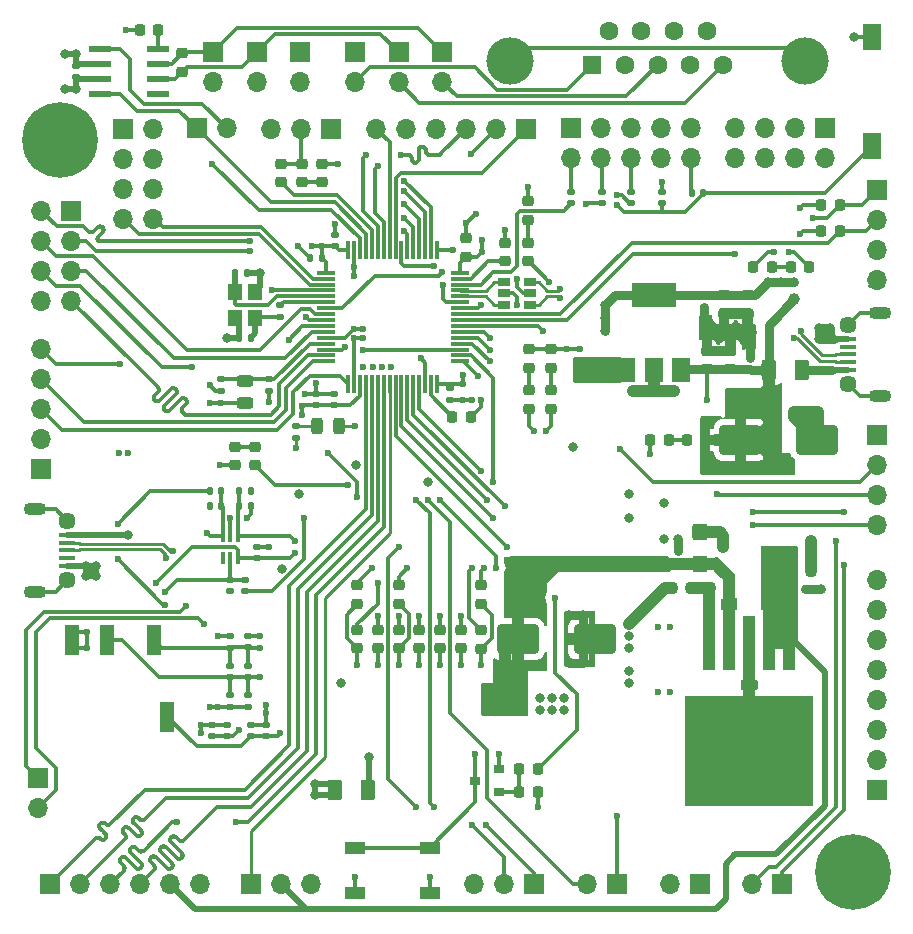
<source format=gbr>
G04 #@! TF.GenerationSoftware,KiCad,Pcbnew,(5.99.0-9519-ga70106a3bd)*
G04 #@! TF.CreationDate,2021-03-11T21:55:01+03:00*
G04 #@! TF.ProjectId,UnderControl,556e6465-7243-46f6-9e74-726f6c2e6b69,rev?*
G04 #@! TF.SameCoordinates,Original*
G04 #@! TF.FileFunction,Copper,L1,Top*
G04 #@! TF.FilePolarity,Positive*
%FSLAX46Y46*%
G04 Gerber Fmt 4.6, Leading zero omitted, Abs format (unit mm)*
G04 Created by KiCad (PCBNEW (5.99.0-9519-ga70106a3bd)) date 2021-03-11 21:55:01*
%MOMM*%
%LPD*%
G01*
G04 APERTURE LIST*
G04 Aperture macros list*
%AMRoundRect*
0 Rectangle with rounded corners*
0 $1 Rounding radius*
0 $2 $3 $4 $5 $6 $7 $8 $9 X,Y pos of 4 corners*
0 Add a 4 corners polygon primitive as box body*
4,1,4,$2,$3,$4,$5,$6,$7,$8,$9,$2,$3,0*
0 Add four circle primitives for the rounded corners*
1,1,$1+$1,$2,$3*
1,1,$1+$1,$4,$5*
1,1,$1+$1,$6,$7*
1,1,$1+$1,$8,$9*
0 Add four rect primitives between the rounded corners*
20,1,$1+$1,$2,$3,$4,$5,0*
20,1,$1+$1,$4,$5,$6,$7,0*
20,1,$1+$1,$6,$7,$8,$9,0*
20,1,$1+$1,$8,$9,$2,$3,0*%
G04 Aperture macros list end*
G04 #@! TA.AperFunction,ComponentPad*
%ADD10C,0.800000*%
G04 #@! TD*
G04 #@! TA.AperFunction,ComponentPad*
%ADD11C,6.400000*%
G04 #@! TD*
G04 #@! TA.AperFunction,SMDPad,CuDef*
%ADD12RoundRect,0.218750X0.218750X0.256250X-0.218750X0.256250X-0.218750X-0.256250X0.218750X-0.256250X0*%
G04 #@! TD*
G04 #@! TA.AperFunction,ComponentPad*
%ADD13R,1.700000X1.700000*%
G04 #@! TD*
G04 #@! TA.AperFunction,ComponentPad*
%ADD14O,1.700000X1.700000*%
G04 #@! TD*
G04 #@! TA.AperFunction,SMDPad,CuDef*
%ADD15RoundRect,0.147500X0.172500X-0.147500X0.172500X0.147500X-0.172500X0.147500X-0.172500X-0.147500X0*%
G04 #@! TD*
G04 #@! TA.AperFunction,SMDPad,CuDef*
%ADD16RoundRect,0.250000X0.375000X0.625000X-0.375000X0.625000X-0.375000X-0.625000X0.375000X-0.625000X0*%
G04 #@! TD*
G04 #@! TA.AperFunction,SMDPad,CuDef*
%ADD17RoundRect,0.147500X0.147500X0.172500X-0.147500X0.172500X-0.147500X-0.172500X0.147500X-0.172500X0*%
G04 #@! TD*
G04 #@! TA.AperFunction,SMDPad,CuDef*
%ADD18RoundRect,0.218750X-0.218750X-0.256250X0.218750X-0.256250X0.218750X0.256250X-0.218750X0.256250X0*%
G04 #@! TD*
G04 #@! TA.AperFunction,SMDPad,CuDef*
%ADD19RoundRect,0.218750X0.256250X-0.218750X0.256250X0.218750X-0.256250X0.218750X-0.256250X-0.218750X0*%
G04 #@! TD*
G04 #@! TA.AperFunction,SMDPad,CuDef*
%ADD20RoundRect,0.147500X-0.147500X-0.172500X0.147500X-0.172500X0.147500X0.172500X-0.147500X0.172500X0*%
G04 #@! TD*
G04 #@! TA.AperFunction,SMDPad,CuDef*
%ADD21RoundRect,0.147500X-0.172500X0.147500X-0.172500X-0.147500X0.172500X-0.147500X0.172500X0.147500X0*%
G04 #@! TD*
G04 #@! TA.AperFunction,SMDPad,CuDef*
%ADD22RoundRect,0.218750X-0.256250X0.218750X-0.256250X-0.218750X0.256250X-0.218750X0.256250X0.218750X0*%
G04 #@! TD*
G04 #@! TA.AperFunction,SMDPad,CuDef*
%ADD23RoundRect,0.250000X-0.375000X-0.625000X0.375000X-0.625000X0.375000X0.625000X-0.375000X0.625000X0*%
G04 #@! TD*
G04 #@! TA.AperFunction,SMDPad,CuDef*
%ADD24R,0.900000X0.800000*%
G04 #@! TD*
G04 #@! TA.AperFunction,SMDPad,CuDef*
%ADD25RoundRect,0.243750X-0.243750X-0.456250X0.243750X-0.456250X0.243750X0.456250X-0.243750X0.456250X0*%
G04 #@! TD*
G04 #@! TA.AperFunction,SMDPad,CuDef*
%ADD26RoundRect,0.075000X-0.700000X-0.075000X0.700000X-0.075000X0.700000X0.075000X-0.700000X0.075000X0*%
G04 #@! TD*
G04 #@! TA.AperFunction,SMDPad,CuDef*
%ADD27RoundRect,0.075000X-0.075000X-0.700000X0.075000X-0.700000X0.075000X0.700000X-0.075000X0.700000X0*%
G04 #@! TD*
G04 #@! TA.AperFunction,SMDPad,CuDef*
%ADD28R,1.500000X2.000000*%
G04 #@! TD*
G04 #@! TA.AperFunction,SMDPad,CuDef*
%ADD29R,3.800000X2.000000*%
G04 #@! TD*
G04 #@! TA.AperFunction,SMDPad,CuDef*
%ADD30R,1.060000X0.650000*%
G04 #@! TD*
G04 #@! TA.AperFunction,SMDPad,CuDef*
%ADD31R,0.390000X1.060000*%
G04 #@! TD*
G04 #@! TA.AperFunction,SMDPad,CuDef*
%ADD32R,1.200000X1.400000*%
G04 #@! TD*
G04 #@! TA.AperFunction,SMDPad,CuDef*
%ADD33R,1.350000X0.400000*%
G04 #@! TD*
G04 #@! TA.AperFunction,ComponentPad*
%ADD34C,1.450000*%
G04 #@! TD*
G04 #@! TA.AperFunction,ComponentPad*
%ADD35O,1.900000X1.100000*%
G04 #@! TD*
G04 #@! TA.AperFunction,SMDPad,CuDef*
%ADD36RoundRect,0.250000X-1.500000X-1.000000X1.500000X-1.000000X1.500000X1.000000X-1.500000X1.000000X0*%
G04 #@! TD*
G04 #@! TA.AperFunction,SMDPad,CuDef*
%ADD37RoundRect,0.250000X0.425000X-0.450000X0.425000X0.450000X-0.425000X0.450000X-0.425000X-0.450000X0*%
G04 #@! TD*
G04 #@! TA.AperFunction,SMDPad,CuDef*
%ADD38R,1.100000X4.600000*%
G04 #@! TD*
G04 #@! TA.AperFunction,SMDPad,CuDef*
%ADD39R,10.800000X9.400000*%
G04 #@! TD*
G04 #@! TA.AperFunction,SMDPad,CuDef*
%ADD40RoundRect,0.243750X-0.456250X0.243750X-0.456250X-0.243750X0.456250X-0.243750X0.456250X0.243750X0*%
G04 #@! TD*
G04 #@! TA.AperFunction,ComponentPad*
%ADD41C,4.000000*%
G04 #@! TD*
G04 #@! TA.AperFunction,ComponentPad*
%ADD42R,1.600000X1.600000*%
G04 #@! TD*
G04 #@! TA.AperFunction,ComponentPad*
%ADD43C,1.600000*%
G04 #@! TD*
G04 #@! TA.AperFunction,SMDPad,CuDef*
%ADD44R,1.970000X0.600000*%
G04 #@! TD*
G04 #@! TA.AperFunction,SMDPad,CuDef*
%ADD45R,1.600000X2.180000*%
G04 #@! TD*
G04 #@! TA.AperFunction,SMDPad,CuDef*
%ADD46R,1.700000X1.000000*%
G04 #@! TD*
G04 #@! TA.AperFunction,SMDPad,CuDef*
%ADD47R,1.200000X2.500000*%
G04 #@! TD*
G04 #@! TA.AperFunction,ViaPad*
%ADD48C,0.600000*%
G04 #@! TD*
G04 #@! TA.AperFunction,ViaPad*
%ADD49C,0.800000*%
G04 #@! TD*
G04 #@! TA.AperFunction,ViaPad*
%ADD50C,1.000000*%
G04 #@! TD*
G04 #@! TA.AperFunction,Conductor*
%ADD51C,0.300000*%
G04 #@! TD*
G04 #@! TA.AperFunction,Conductor*
%ADD52C,0.500000*%
G04 #@! TD*
G04 #@! TA.AperFunction,Conductor*
%ADD53C,1.000000*%
G04 #@! TD*
G04 #@! TA.AperFunction,Conductor*
%ADD54C,0.750000*%
G04 #@! TD*
G04 #@! TA.AperFunction,Conductor*
%ADD55C,0.261112*%
G04 #@! TD*
G04 #@! TA.AperFunction,Conductor*
%ADD56C,0.293370*%
G04 #@! TD*
G04 APERTURE END LIST*
D10*
X35497056Y-95697056D03*
X32102944Y-92302944D03*
X35497056Y-92302944D03*
X31400000Y-94000000D03*
X32102944Y-95697056D03*
X33800000Y-96400000D03*
X33800000Y-91600000D03*
D11*
X33800000Y-94000000D03*
D10*
X36200000Y-94000000D03*
D12*
X74287500Y-149250000D03*
X72712500Y-149250000D03*
D13*
X56800000Y-93050000D03*
D14*
X54260000Y-93050000D03*
X51720000Y-93050000D03*
D15*
X46750000Y-144485000D03*
X46750000Y-143515000D03*
X48000000Y-144485000D03*
X48000000Y-143515000D03*
X49750000Y-139485000D03*
X49750000Y-138515000D03*
D16*
X59900000Y-149000000D03*
X57100000Y-149000000D03*
D17*
X49985000Y-123750000D03*
X49015000Y-123750000D03*
D15*
X49750000Y-142000000D03*
X49750000Y-141030000D03*
X48250000Y-141985000D03*
X48250000Y-141015000D03*
X48250000Y-139485000D03*
X48250000Y-138515000D03*
D18*
X67062500Y-117450000D03*
X68637500Y-117450000D03*
D19*
X71500000Y-104287500D03*
X71500000Y-102712500D03*
D20*
X48665000Y-105250000D03*
X49635000Y-105250000D03*
D17*
X49985000Y-110750000D03*
X49015000Y-110750000D03*
D20*
X46515000Y-125000000D03*
X47485000Y-125000000D03*
D21*
X50500000Y-128465000D03*
X50500000Y-129435000D03*
D15*
X50000000Y-144485000D03*
X50000000Y-143515000D03*
X48250000Y-132235000D03*
X48250000Y-131265000D03*
D19*
X48650000Y-121537500D03*
X48650000Y-119962500D03*
D13*
X95000000Y-157000000D03*
D14*
X92460000Y-157000000D03*
D22*
X56050000Y-96012500D03*
X56050000Y-97587500D03*
D15*
X51250000Y-144485000D03*
X51250000Y-143515000D03*
X48250000Y-136985000D03*
X48250000Y-136015000D03*
D13*
X103000000Y-149000000D03*
D14*
X103000000Y-146460000D03*
X103000000Y-143920000D03*
X103000000Y-141380000D03*
X103000000Y-138840000D03*
X103000000Y-136300000D03*
X103000000Y-133760000D03*
X103000000Y-131220000D03*
D15*
X49750000Y-136970000D03*
X49750000Y-136000000D03*
D22*
X73500000Y-99212500D03*
X73500000Y-100787500D03*
X75450000Y-111712500D03*
X75450000Y-113287500D03*
D23*
X93850000Y-113450000D03*
X96650000Y-113450000D03*
D18*
X92550000Y-104750000D03*
X94125000Y-104750000D03*
D22*
X73550000Y-111712500D03*
X73550000Y-113287500D03*
D21*
X53850000Y-118265000D03*
X53850000Y-119235000D03*
D22*
X60750000Y-135462500D03*
X60750000Y-137037500D03*
D21*
X49500000Y-131265000D03*
X49500000Y-132235000D03*
D18*
X72712500Y-147250000D03*
X74287500Y-147250000D03*
D19*
X54300000Y-97587500D03*
X54300000Y-96012500D03*
D18*
X98312500Y-99500000D03*
X99887500Y-99500000D03*
D22*
X67750000Y-135462500D03*
X67750000Y-137037500D03*
D21*
X52500000Y-108015000D03*
X52500000Y-108985000D03*
D22*
X69500000Y-135500000D03*
X69500000Y-137075000D03*
X59000000Y-135462500D03*
X59000000Y-137037500D03*
X50350000Y-119962500D03*
X50350000Y-121537500D03*
X62500000Y-135462500D03*
X62500000Y-137037500D03*
X64250000Y-135462500D03*
X64250000Y-137037500D03*
X66000000Y-135462500D03*
X66000000Y-137037500D03*
D17*
X49985000Y-125000000D03*
X49015000Y-125000000D03*
D20*
X46515000Y-123750000D03*
X47485000Y-123750000D03*
D24*
X71000000Y-149200000D03*
X71000000Y-147300000D03*
X69000000Y-148250000D03*
D13*
X32000000Y-148000000D03*
D14*
X32000000Y-150540000D03*
D25*
X55562500Y-118250000D03*
X57437500Y-118250000D03*
D13*
X74000000Y-157000000D03*
D14*
X71460000Y-157000000D03*
X68920000Y-157000000D03*
D13*
X88000000Y-157000000D03*
D14*
X85460000Y-157000000D03*
D13*
X50000000Y-157000000D03*
D14*
X52540000Y-157000000D03*
X55080000Y-157000000D03*
D15*
X55500000Y-116485000D03*
X55500000Y-115515000D03*
X57000000Y-116485000D03*
X57000000Y-115515000D03*
D21*
X66900000Y-115015000D03*
X66900000Y-115985000D03*
D17*
X55985000Y-104000000D03*
X55015000Y-104000000D03*
D19*
X68250000Y-103887500D03*
X68250000Y-102312500D03*
D12*
X97275000Y-104750000D03*
X95700000Y-104750000D03*
D19*
X73500000Y-104287500D03*
X73500000Y-102712500D03*
D22*
X75450000Y-115212500D03*
X75450000Y-116787500D03*
X73550000Y-115212500D03*
X73550000Y-116787500D03*
D26*
X56325000Y-105250000D03*
X56325000Y-105750000D03*
X56325000Y-106250000D03*
X56325000Y-106750000D03*
X56325000Y-107250000D03*
X56325000Y-107750000D03*
X56325000Y-108250000D03*
X56325000Y-108750000D03*
X56325000Y-109250000D03*
X56325000Y-109750000D03*
X56325000Y-110250000D03*
X56325000Y-110750000D03*
X56325000Y-111250000D03*
X56325000Y-111750000D03*
X56325000Y-112250000D03*
X56325000Y-112750000D03*
D27*
X58250000Y-114675000D03*
X58750000Y-114675000D03*
X59250000Y-114675000D03*
X59750000Y-114675000D03*
X60250000Y-114675000D03*
X60750000Y-114675000D03*
X61250000Y-114675000D03*
X61750000Y-114675000D03*
X62250000Y-114675000D03*
X62750000Y-114675000D03*
X63250000Y-114675000D03*
X63750000Y-114675000D03*
X64250000Y-114675000D03*
X64750000Y-114675000D03*
X65250000Y-114675000D03*
X65750000Y-114675000D03*
D26*
X67675000Y-112750000D03*
X67675000Y-112250000D03*
X67675000Y-111750000D03*
X67675000Y-111250000D03*
X67675000Y-110750000D03*
X67675000Y-110250000D03*
X67675000Y-109750000D03*
X67675000Y-109250000D03*
X67675000Y-108750000D03*
X67675000Y-108250000D03*
X67675000Y-107750000D03*
X67675000Y-107250000D03*
X67675000Y-106750000D03*
X67675000Y-106250000D03*
X67675000Y-105750000D03*
X67675000Y-105250000D03*
D27*
X65750000Y-103325000D03*
X65250000Y-103325000D03*
X64750000Y-103325000D03*
X64250000Y-103325000D03*
X63750000Y-103325000D03*
X63250000Y-103325000D03*
X62750000Y-103325000D03*
X62250000Y-103325000D03*
X61750000Y-103325000D03*
X61250000Y-103325000D03*
X60750000Y-103325000D03*
X60250000Y-103325000D03*
X59750000Y-103325000D03*
X59250000Y-103325000D03*
X58750000Y-103325000D03*
X58250000Y-103325000D03*
D22*
X52550000Y-96012500D03*
X52550000Y-97587500D03*
X69500000Y-131712500D03*
X69500000Y-133287500D03*
X62500000Y-131712500D03*
X62500000Y-133287500D03*
D19*
X90600000Y-113437500D03*
X90600000Y-111862500D03*
D22*
X59000000Y-131712500D03*
X59000000Y-133287500D03*
D28*
X81800000Y-113450000D03*
D29*
X84100000Y-107150000D03*
D28*
X84100000Y-113450000D03*
X86400000Y-113450000D03*
D21*
X88350000Y-107140000D03*
X88350000Y-108110000D03*
D19*
X88600000Y-113437500D03*
X88600000Y-111862500D03*
D30*
X73600000Y-107950000D03*
X73600000Y-107000000D03*
X73600000Y-106050000D03*
X71400000Y-106050000D03*
X71400000Y-107000000D03*
X71400000Y-107950000D03*
D31*
X48900000Y-127565000D03*
X48250000Y-127565000D03*
X47600000Y-127565000D03*
X47600000Y-129435000D03*
X48250000Y-129435000D03*
X48900000Y-129435000D03*
D32*
X48650000Y-106900000D03*
X48650000Y-109100000D03*
X50350000Y-109100000D03*
X50350000Y-106900000D03*
D33*
X34462500Y-127450000D03*
X34462500Y-128100000D03*
X34462500Y-128750000D03*
X34462500Y-129400000D03*
X34462500Y-130050000D03*
D34*
X34462500Y-131250000D03*
D35*
X31762500Y-125250000D03*
D34*
X34462500Y-126250000D03*
D35*
X31762500Y-132250000D03*
D18*
X95812500Y-130500000D03*
X97387500Y-130500000D03*
D15*
X86150000Y-129785000D03*
X86150000Y-128815000D03*
D12*
X90437500Y-131900000D03*
X88862500Y-131900000D03*
X87237500Y-131900000D03*
X85662500Y-131900000D03*
D36*
X72600000Y-136250000D03*
X79100000Y-136250000D03*
D20*
X95915000Y-132000000D03*
X96885000Y-132000000D03*
D37*
X88050000Y-129900000D03*
X88050000Y-127200000D03*
D38*
X95600000Y-136625000D03*
X93900000Y-136625000D03*
D39*
X92200000Y-145775000D03*
D38*
X92200000Y-136625000D03*
X90500000Y-136625000D03*
X88800000Y-136625000D03*
D21*
X51500000Y-114280000D03*
X51500000Y-115250000D03*
X47500000Y-114280000D03*
X47500000Y-115250000D03*
D40*
X49500000Y-114374500D03*
X49500000Y-116249500D03*
D36*
X91450000Y-119400000D03*
X97950000Y-119400000D03*
D15*
X84800000Y-99385000D03*
X84800000Y-98415000D03*
D13*
X77100000Y-93000000D03*
D14*
X77100000Y-95540000D03*
X79640000Y-93000000D03*
X79640000Y-95540000D03*
X82180000Y-93000000D03*
X82180000Y-95540000D03*
X84720000Y-93000000D03*
X84720000Y-95540000D03*
X87260000Y-93000000D03*
X87260000Y-95540000D03*
D21*
X82200000Y-98415000D03*
X82200000Y-99385000D03*
X77100000Y-98415000D03*
X77100000Y-99385000D03*
X79700000Y-98415000D03*
X79700000Y-99385000D03*
D20*
X87315000Y-98500000D03*
X88285000Y-98500000D03*
D15*
X57100000Y-102985000D03*
X57100000Y-102015000D03*
D13*
X45400000Y-93000000D03*
D14*
X47940000Y-93000000D03*
D13*
X73300000Y-93050000D03*
D14*
X70760000Y-93050000D03*
X68220000Y-93050000D03*
X65680000Y-93050000D03*
X63140000Y-93050000D03*
X60600000Y-93050000D03*
D13*
X39160000Y-93050000D03*
D14*
X41700000Y-93050000D03*
X39160000Y-95590000D03*
X41700000Y-95590000D03*
X39160000Y-98130000D03*
X41700000Y-98130000D03*
X39160000Y-100670000D03*
X41700000Y-100670000D03*
D13*
X98600000Y-93000000D03*
D14*
X98600000Y-95540000D03*
X96060000Y-93000000D03*
X96060000Y-95540000D03*
X93520000Y-93000000D03*
X93520000Y-95540000D03*
X90980000Y-93000000D03*
X90980000Y-95540000D03*
D13*
X46800000Y-86550000D03*
D14*
X46800000Y-89090000D03*
D13*
X50500000Y-86550000D03*
D14*
X50500000Y-89090000D03*
D13*
X66200000Y-86550000D03*
D14*
X66200000Y-89090000D03*
D13*
X62500000Y-86550000D03*
D14*
X62500000Y-89090000D03*
D13*
X58800000Y-86550000D03*
D14*
X58800000Y-89090000D03*
D12*
X88475000Y-119402500D03*
X86900000Y-119402500D03*
D22*
X44200000Y-86662500D03*
X44200000Y-88237500D03*
D41*
X71940000Y-87350000D03*
X96940000Y-87350000D03*
D42*
X78900000Y-87650000D03*
D43*
X81670000Y-87650000D03*
X84440000Y-87650000D03*
X87210000Y-87650000D03*
X89980000Y-87650000D03*
X80285000Y-84810000D03*
X83055000Y-84810000D03*
X85825000Y-84810000D03*
X88595000Y-84810000D03*
D13*
X54200000Y-86550000D03*
D14*
X54200000Y-89090000D03*
D44*
X37230000Y-86295000D03*
X37230000Y-87565000D03*
X37230000Y-88835000D03*
X37230000Y-90105000D03*
X42170000Y-90105000D03*
X42170000Y-88835000D03*
X42170000Y-87565000D03*
X42170000Y-86295000D03*
D15*
X35200000Y-88685000D03*
X35200000Y-87715000D03*
D12*
X42165000Y-84700000D03*
X40590000Y-84700000D03*
D45*
X102600000Y-94500000D03*
X102600000Y-85300000D03*
D46*
X65150000Y-153925000D03*
X58850000Y-153925000D03*
X65150000Y-157725000D03*
X58850000Y-157725000D03*
D13*
X32250000Y-121900000D03*
D14*
X32250000Y-119360000D03*
X32250000Y-116820000D03*
X32250000Y-114280000D03*
X32250000Y-111740000D03*
D13*
X81000000Y-157000000D03*
D14*
X78460000Y-157000000D03*
D18*
X83800000Y-119402500D03*
X85375000Y-119402500D03*
D10*
X101000000Y-158400000D03*
X101000000Y-153600000D03*
X103400000Y-156000000D03*
X102697056Y-157697056D03*
X102697056Y-154302944D03*
X99302944Y-157697056D03*
X98600000Y-156000000D03*
X99302944Y-154302944D03*
D11*
X101000000Y-156000000D03*
D13*
X103000000Y-98200000D03*
D14*
X103000000Y-100740000D03*
X103000000Y-103280000D03*
X103000000Y-105820000D03*
D33*
X100537500Y-113450000D03*
X100537500Y-112800000D03*
X100537500Y-112150000D03*
X100537500Y-111500000D03*
X100537500Y-110850000D03*
D34*
X100537500Y-109650000D03*
D35*
X103237500Y-115650000D03*
X103237500Y-108650000D03*
D34*
X100537500Y-114650000D03*
D13*
X103000000Y-119000000D03*
D14*
X103000000Y-121540000D03*
X103000000Y-124080000D03*
X103000000Y-126620000D03*
D18*
X98312500Y-101700000D03*
X99887500Y-101700000D03*
D13*
X34800000Y-100000000D03*
D14*
X32260000Y-100000000D03*
X34800000Y-102540000D03*
X32260000Y-102540000D03*
X34800000Y-105080000D03*
X32260000Y-105080000D03*
X34800000Y-107620000D03*
X32260000Y-107620000D03*
D13*
X33000000Y-157000000D03*
D14*
X35540000Y-157000000D03*
X38080000Y-157000000D03*
X40620000Y-157000000D03*
X43160000Y-157000000D03*
X45700000Y-157000000D03*
D47*
X37825000Y-136350000D03*
X34825000Y-136350000D03*
X42925000Y-142850000D03*
X41825000Y-136350000D03*
D15*
X92300000Y-113435000D03*
X92300000Y-112465000D03*
D22*
X90050000Y-107137500D03*
X90050000Y-108712500D03*
X92050000Y-107137500D03*
X92050000Y-108712500D03*
D48*
X65150000Y-156450000D03*
X83797500Y-120602500D03*
D49*
X34250000Y-86700000D03*
D48*
X55500000Y-114600000D03*
X68750000Y-116000000D03*
D49*
X98300000Y-132000000D03*
X50800000Y-105250000D03*
X92200000Y-148000000D03*
X99000000Y-110850000D03*
D48*
X63250000Y-130250000D03*
D49*
X88200000Y-146000000D03*
D48*
X38800000Y-120500000D03*
D49*
X78150000Y-138250000D03*
X97400000Y-128000000D03*
X98100000Y-109950000D03*
X74500000Y-142250000D03*
X90200000Y-148000000D03*
D48*
X69071330Y-100250010D03*
X60250000Y-130250000D03*
X85500000Y-135250000D03*
D49*
X74500000Y-141250000D03*
D48*
X54600000Y-115520000D03*
X57100000Y-101150000D03*
D49*
X82000000Y-137000000D03*
D48*
X84799957Y-97545311D03*
X74300000Y-150500000D03*
X68250000Y-101050000D03*
D49*
X82000000Y-140000000D03*
X90000000Y-128500000D03*
D48*
X94250000Y-103500000D03*
D49*
X76500000Y-141250000D03*
D48*
X51500000Y-128500000D03*
X59500000Y-113200000D03*
D49*
X89400000Y-110300000D03*
D48*
X50800000Y-136000000D03*
D49*
X75500000Y-141250000D03*
D48*
X59500000Y-110750000D03*
D49*
X96200000Y-146000000D03*
X88350000Y-110250000D03*
X97400000Y-129200000D03*
D48*
X47200000Y-142000000D03*
X72500000Y-105800000D03*
D49*
X82000000Y-139000000D03*
D48*
X85500000Y-140750000D03*
X84500000Y-135250000D03*
X48250000Y-126000000D03*
D49*
X88200000Y-144000000D03*
D48*
X58850000Y-156450000D03*
D49*
X80000000Y-112850000D03*
D48*
X51500000Y-116200000D03*
D49*
X78900000Y-114050000D03*
X35200000Y-86700000D03*
X98100000Y-110850000D03*
X88350000Y-109250000D03*
X58900000Y-121500000D03*
X98000000Y-117000000D03*
X90000000Y-127500000D03*
X65000000Y-123000000D03*
X92400000Y-110300000D03*
X36900000Y-130050000D03*
X90200000Y-146000000D03*
X85000000Y-124750000D03*
X57600000Y-140000000D03*
X94200000Y-148000000D03*
X96000000Y-117000000D03*
D48*
X46500000Y-142000000D03*
D49*
X36900000Y-130950000D03*
D48*
X45750000Y-144200000D03*
X58750000Y-104750000D03*
X77850000Y-111710000D03*
D49*
X92200000Y-144000000D03*
X90200000Y-144000000D03*
D48*
X36100000Y-137000000D03*
D49*
X92200000Y-146000000D03*
X36000000Y-130950000D03*
X88200000Y-148000000D03*
X55400000Y-149500000D03*
X96200000Y-144000000D03*
D48*
X71000000Y-146000000D03*
D49*
X76500000Y-142250000D03*
X52600000Y-130300000D03*
D48*
X69500000Y-116000000D03*
X58750000Y-110000000D03*
D49*
X36000000Y-130050000D03*
D48*
X54000000Y-103000000D03*
D49*
X91400000Y-110300000D03*
D48*
X73500000Y-98000000D03*
D49*
X75500000Y-142250000D03*
D48*
X46500000Y-114750000D03*
X36100000Y-135700000D03*
X60300000Y-113200000D03*
D49*
X85000000Y-127800000D03*
X78150000Y-134250000D03*
X82000000Y-124000000D03*
X48000004Y-110750000D03*
D48*
X84500000Y-140750000D03*
D49*
X82000000Y-135000000D03*
D48*
X68000000Y-116000000D03*
D49*
X80000000Y-114050000D03*
D48*
X69750000Y-130250000D03*
D49*
X94200000Y-144000000D03*
X77800000Y-114050000D03*
X76950000Y-134250000D03*
D48*
X47200000Y-136000000D03*
X61900000Y-113200000D03*
X57400000Y-96025000D03*
D49*
X54100000Y-124000000D03*
D48*
X58750000Y-110750000D03*
D49*
X96200000Y-148000000D03*
D48*
X39400000Y-84700000D03*
X39600000Y-120500000D03*
X58750000Y-105500000D03*
X61100000Y-113200000D03*
X51250000Y-141850000D03*
X59500000Y-110000000D03*
D50*
X92200000Y-140200000D03*
D49*
X97000000Y-117000000D03*
D48*
X45750000Y-143500000D03*
D49*
X94200000Y-146000000D03*
X55400000Y-148500000D03*
X99000000Y-109950000D03*
X82000000Y-126000000D03*
X86150000Y-127800000D03*
D48*
X71500000Y-101600000D03*
D49*
X82000000Y-136000000D03*
D48*
X76800000Y-111712500D03*
D49*
X101050000Y-85300000D03*
X77300000Y-120000000D03*
X77800000Y-112850000D03*
D48*
X51250000Y-142550000D03*
D49*
X76950000Y-138250000D03*
D48*
X47400000Y-121540000D03*
D49*
X78900000Y-112850000D03*
X90400000Y-110300000D03*
D50*
X93860000Y-129000000D03*
X95500000Y-129000000D03*
X95500000Y-121750000D03*
X93860000Y-121750000D03*
X96000000Y-107500000D03*
D48*
X72550033Y-108000000D03*
X88600000Y-116000000D03*
D49*
X70500000Y-141250000D03*
X71500000Y-141250000D03*
X72500000Y-141250000D03*
X72500000Y-142250000D03*
X71500000Y-142250000D03*
X70500000Y-142250000D03*
D48*
X80999998Y-99500000D03*
X66199990Y-105200000D03*
D49*
X60000000Y-146250000D03*
D48*
X53750000Y-128000000D03*
X46250000Y-127250000D03*
X42000000Y-131500000D03*
X53750000Y-129000000D03*
X50800000Y-139500000D03*
X50800000Y-137000000D03*
X49000000Y-144000000D03*
X52500000Y-144250004D03*
X75250000Y-106000000D03*
X74749992Y-110150000D03*
X76200000Y-106598400D03*
X96583975Y-110216025D03*
X96016025Y-110783975D03*
X76200000Y-107401600D03*
X49899996Y-102600000D03*
X58000000Y-111500000D03*
X45000000Y-113250000D03*
X53200005Y-110900005D03*
X49900000Y-103400000D03*
X54700000Y-109000000D03*
X48750000Y-151750000D03*
X43750000Y-151750000D03*
X42816025Y-129383975D03*
X43383975Y-128816025D03*
X58800000Y-118250000D03*
X68750000Y-152000000D03*
X59000000Y-138500000D03*
X69900000Y-152000000D03*
X60750000Y-138500000D03*
X69000000Y-146000000D03*
X42750000Y-132250000D03*
X63000000Y-101700000D03*
X63000000Y-100600000D03*
X75000000Y-118650000D03*
X74000000Y-118650000D03*
X58250000Y-123250000D03*
X71700000Y-128500000D03*
X75750000Y-132750000D03*
X64400000Y-112500000D03*
X60750000Y-134350000D03*
X69500000Y-122000000D03*
X60750000Y-131500000D03*
X62500000Y-138500000D03*
X56500000Y-120500000D03*
X59000000Y-124250000D03*
X62500000Y-134350000D03*
X59499978Y-111750012D03*
X54500000Y-126000000D03*
X64250000Y-138500000D03*
X70500000Y-123000000D03*
X64250000Y-134350000D03*
X69500000Y-138500000D03*
X71500000Y-125000000D03*
X68750000Y-130250000D03*
X66000000Y-138500000D03*
X66000000Y-134350000D03*
X70000000Y-124500000D03*
X67750000Y-138500000D03*
X70500000Y-126000000D03*
X67750000Y-134350000D03*
X91000000Y-103650000D03*
X97600000Y-100600000D03*
X67100000Y-103300000D03*
X78399998Y-99399957D03*
X65500000Y-104700000D03*
X81000000Y-98700000D03*
X96500000Y-101950000D03*
D49*
X35200000Y-89700000D03*
X34250000Y-89700000D03*
D48*
X95600000Y-103500000D03*
X96500000Y-99750000D03*
X54300000Y-117250000D03*
X67975000Y-114675000D03*
D49*
X84700000Y-115250000D03*
D48*
X47500000Y-116250000D03*
X55980000Y-102985000D03*
D49*
X82350000Y-115250000D03*
X93800000Y-106000000D03*
D48*
X67975000Y-113875000D03*
X55200000Y-103000000D03*
X69550000Y-103450000D03*
D49*
X80000000Y-109100000D03*
D48*
X69550000Y-102500010D03*
D49*
X94900000Y-106000000D03*
X80000000Y-110200000D03*
X96000000Y-106000000D03*
X85850000Y-115250000D03*
D48*
X53850000Y-120100000D03*
D49*
X83500000Y-115250000D03*
D48*
X46500000Y-116250000D03*
D49*
X80000000Y-108000000D03*
D48*
X54300000Y-116500000D03*
D49*
X39600000Y-127462278D03*
D48*
X46750000Y-96000000D03*
X63000000Y-99450000D03*
X62990373Y-98359627D03*
X63000000Y-97450000D03*
X66250000Y-106250000D03*
X69500000Y-108000000D03*
X70250000Y-110750000D03*
X70250000Y-111750000D03*
X70250000Y-112750000D03*
X69250000Y-114000000D03*
X60750000Y-96250000D03*
X68650000Y-95200000D03*
X59750000Y-95250000D03*
X62750000Y-95250000D03*
X51800004Y-106700000D03*
X38900000Y-113000000D03*
X42704615Y-133349990D03*
X38750000Y-126500000D03*
X38750000Y-129500000D03*
X49700000Y-126000000D03*
X44500000Y-133500000D03*
X45999996Y-134999996D03*
X92500000Y-125500000D03*
X100250000Y-125500000D03*
X81250000Y-120200000D03*
X89500000Y-124000000D03*
X92500000Y-126600000D03*
X100250000Y-130000000D03*
X99500000Y-128000000D03*
X70750000Y-130250000D03*
X66000000Y-124500000D03*
X81000000Y-151250000D03*
X65000000Y-124500000D03*
X64000000Y-124500000D03*
X65500000Y-150500000D03*
X64000000Y-150500000D03*
X62500000Y-128500000D03*
D51*
X48000000Y-143515000D02*
X46750000Y-143515000D01*
D52*
X36000000Y-130050000D02*
X34462500Y-130050000D01*
D53*
X81200000Y-112850000D02*
X81800000Y-113450000D01*
D52*
X35350000Y-87565000D02*
X35200000Y-87715000D01*
D51*
X49750000Y-142000000D02*
X48265000Y-142000000D01*
D53*
X97000000Y-118450000D02*
X97950000Y-119400000D01*
D51*
X35475000Y-137000000D02*
X34825000Y-136350000D01*
X51250000Y-141850000D02*
X51250000Y-142550000D01*
D54*
X92050000Y-109650000D02*
X91400000Y-110300000D01*
D53*
X77800000Y-112850000D02*
X77800000Y-114050000D01*
D51*
X51250000Y-143515000D02*
X51250000Y-142550000D01*
X57400000Y-96025000D02*
X57387500Y-96012500D01*
D54*
X92300000Y-112465000D02*
X92300000Y-110400000D01*
D53*
X96000000Y-117000000D02*
X98000000Y-117000000D01*
D51*
X48265000Y-142000000D02*
X48250000Y-141985000D01*
X73550000Y-111712500D02*
X75450000Y-111712500D01*
X62500000Y-131000000D02*
X63250000Y-130250000D01*
D54*
X99000000Y-110850000D02*
X99400000Y-110850000D01*
D52*
X100537500Y-110850000D02*
X99000000Y-110850000D01*
D53*
X81200000Y-114050000D02*
X81800000Y-113450000D01*
D52*
X36900000Y-130950000D02*
X36000000Y-130050000D01*
D53*
X96000000Y-117450000D02*
X97950000Y-119400000D01*
X89700000Y-127200000D02*
X90000000Y-127500000D01*
X88050000Y-127200000D02*
X89700000Y-127200000D01*
X97000000Y-117000000D02*
X97000000Y-118450000D01*
D52*
X34250000Y-86700000D02*
X35200000Y-86700000D01*
D54*
X90050000Y-108712500D02*
X90050000Y-109650000D01*
X78150000Y-137200000D02*
X79100000Y-136250000D01*
D51*
X84800000Y-97545354D02*
X84799957Y-97545311D01*
D52*
X36900000Y-130050000D02*
X36900000Y-130950000D01*
X49015000Y-109465000D02*
X48650000Y-109100000D01*
D51*
X69500000Y-116587500D02*
X69500000Y-116000000D01*
X58750000Y-104750000D02*
X58750000Y-103325000D01*
X68000000Y-116000000D02*
X68750000Y-116000000D01*
D53*
X85100000Y-131900000D02*
X82000000Y-135000000D01*
D51*
X58850000Y-156450000D02*
X58850000Y-157725000D01*
D54*
X90050000Y-109650000D02*
X89400000Y-110300000D01*
D51*
X58750000Y-110000000D02*
X58000000Y-110750000D01*
X47000000Y-115250000D02*
X47500000Y-115250000D01*
X48250000Y-141985000D02*
X47215000Y-141985000D01*
X58750000Y-110750000D02*
X58750000Y-114675000D01*
X73500000Y-99212500D02*
X73500000Y-98000000D01*
X77850000Y-111710000D02*
X76802500Y-111710000D01*
X69500000Y-131712500D02*
X69500000Y-130500000D01*
X57000000Y-115515000D02*
X55500000Y-115515000D01*
X83800000Y-119402500D02*
X83800000Y-120600000D01*
X45750000Y-143500000D02*
X45750000Y-144200000D01*
X48250000Y-136015000D02*
X47215000Y-136015000D01*
X47402500Y-121537500D02*
X47400000Y-121540000D01*
X49750000Y-136000000D02*
X50800000Y-136000000D01*
X58750000Y-110000000D02*
X59500000Y-110000000D01*
D53*
X85662500Y-131900000D02*
X85100000Y-131900000D01*
X78900000Y-112850000D02*
X78900000Y-114050000D01*
D52*
X35200000Y-86700000D02*
X35200000Y-87715000D01*
D51*
X55015000Y-104000000D02*
X55000000Y-104000000D01*
D54*
X92300000Y-110400000D02*
X92400000Y-110300000D01*
D51*
X51500000Y-115250000D02*
X51500000Y-116200000D01*
X47200000Y-142000000D02*
X46500000Y-142000000D01*
X68250000Y-101071340D02*
X69071330Y-100250010D01*
X51500000Y-128500000D02*
X51465000Y-128465000D01*
D54*
X90600000Y-111862500D02*
X90600000Y-110500000D01*
D51*
X73512500Y-99200000D02*
X73500000Y-99212500D01*
D54*
X78150000Y-138250000D02*
X78150000Y-137200000D01*
D51*
X84800000Y-98415000D02*
X84800000Y-97545354D01*
X62500000Y-131712500D02*
X62500000Y-131000000D01*
D52*
X36000000Y-130950000D02*
X36900000Y-130950000D01*
D54*
X76950000Y-138250000D02*
X78150000Y-138250000D01*
D51*
X71000000Y-146000000D02*
X71000000Y-147300000D01*
X65150000Y-156450000D02*
X65150000Y-157725000D01*
D54*
X78150000Y-135300000D02*
X79100000Y-136250000D01*
D51*
X68637500Y-117450000D02*
X69500000Y-116587500D01*
X94250000Y-103500000D02*
X93800000Y-103500000D01*
X71500000Y-102712500D02*
X71500000Y-101600000D01*
D53*
X96000000Y-117000000D02*
X96000000Y-117450000D01*
D54*
X92050000Y-108712500D02*
X92050000Y-109650000D01*
D53*
X92200000Y-136625000D02*
X92200000Y-140200000D01*
D54*
X76950000Y-134250000D02*
X78150000Y-134250000D01*
D51*
X102600000Y-85300000D02*
X101050000Y-85300000D01*
D52*
X49015000Y-110750000D02*
X49015000Y-109465000D01*
D51*
X46500000Y-114750000D02*
X47000000Y-115250000D01*
D54*
X98100000Y-110850000D02*
X99000000Y-110850000D01*
X88600000Y-111862500D02*
X88600000Y-110500000D01*
D51*
X55000000Y-104000000D02*
X54000000Y-103000000D01*
X93800000Y-103500000D02*
X92550000Y-104750000D01*
D54*
X99000000Y-109950000D02*
X99000000Y-110850000D01*
D51*
X67985000Y-115985000D02*
X68000000Y-116000000D01*
D53*
X98000000Y-117000000D02*
X98000000Y-119350000D01*
D54*
X98100000Y-109950000D02*
X99000000Y-110850000D01*
D51*
X36100000Y-135700000D02*
X35475000Y-135700000D01*
X59000000Y-131712500D02*
X59000000Y-131500000D01*
X45750000Y-143500000D02*
X46735000Y-143500000D01*
D54*
X98300000Y-132000000D02*
X96885000Y-132000000D01*
D51*
X55500000Y-115515000D02*
X54605000Y-115515000D01*
X58750000Y-104750000D02*
X58750000Y-105500000D01*
D54*
X99000000Y-109950000D02*
X98100000Y-109950000D01*
X88350000Y-108110000D02*
X88350000Y-109250000D01*
D53*
X97400000Y-129200000D02*
X97400000Y-128000000D01*
D52*
X49015000Y-110750000D02*
X48000004Y-110750000D01*
D54*
X90600000Y-110500000D02*
X90400000Y-110300000D01*
D52*
X50800000Y-105250000D02*
X50800000Y-106450000D01*
X55400000Y-149500000D02*
X56600000Y-149500000D01*
D53*
X77800000Y-112850000D02*
X81200000Y-112850000D01*
D51*
X74287500Y-150487500D02*
X74300000Y-150500000D01*
X36100000Y-137000000D02*
X36100000Y-135700000D01*
X47215000Y-136015000D02*
X47200000Y-136000000D01*
D52*
X55400000Y-148500000D02*
X56600000Y-148500000D01*
D51*
X58000000Y-110750000D02*
X56325000Y-110750000D01*
D52*
X36900000Y-130050000D02*
X36000000Y-130050000D01*
D54*
X78150000Y-134250000D02*
X78150000Y-135300000D01*
D51*
X69500000Y-130500000D02*
X69750000Y-130250000D01*
D52*
X50800000Y-106450000D02*
X50350000Y-106900000D01*
D51*
X76802500Y-111710000D02*
X76800000Y-111712500D01*
X59000000Y-131500000D02*
X60250000Y-130250000D01*
X74287500Y-149250000D02*
X74287500Y-150487500D01*
X102987500Y-105412500D02*
X103000000Y-105400000D01*
X48650000Y-121537500D02*
X47402500Y-121537500D01*
X54605000Y-115515000D02*
X54600000Y-115520000D01*
D53*
X97387500Y-129212500D02*
X97400000Y-129200000D01*
D52*
X49635000Y-105250000D02*
X50800000Y-105250000D01*
D53*
X77800000Y-114050000D02*
X81200000Y-114050000D01*
D51*
X48250000Y-127565000D02*
X48250000Y-126000000D01*
X68250000Y-102312500D02*
X68250000Y-101071340D01*
X55515000Y-115500000D02*
X55500000Y-115515000D01*
X72500000Y-106435020D02*
X72500000Y-105800000D01*
D52*
X56600000Y-148500000D02*
X57100000Y-149000000D01*
X37230000Y-87565000D02*
X35350000Y-87565000D01*
D54*
X98100000Y-109950000D02*
X98100000Y-110850000D01*
D51*
X57100000Y-102015000D02*
X57100000Y-101150000D01*
D54*
X86150000Y-128815000D02*
X86150000Y-127800000D01*
D52*
X55400000Y-149500000D02*
X55400000Y-148500000D01*
D51*
X73064980Y-107000000D02*
X72500000Y-106435020D01*
D53*
X90000000Y-128500000D02*
X90000000Y-127500000D01*
D51*
X35475000Y-135700000D02*
X34825000Y-136350000D01*
D52*
X36000000Y-130050000D02*
X36000000Y-130950000D01*
D51*
X59500000Y-110750000D02*
X58750000Y-110750000D01*
X51465000Y-128465000D02*
X50500000Y-128465000D01*
X102437500Y-106362500D02*
X103000000Y-105800000D01*
X55500000Y-115515000D02*
X55500000Y-114600000D01*
X47215000Y-141985000D02*
X47200000Y-142000000D01*
D52*
X56600000Y-149500000D02*
X57100000Y-149000000D01*
D54*
X88600000Y-110500000D02*
X88350000Y-110250000D01*
D51*
X36100000Y-137000000D02*
X35475000Y-137000000D01*
D53*
X80000000Y-112850000D02*
X80000000Y-114050000D01*
D51*
X75450000Y-111712500D02*
X76800000Y-111712500D01*
X46735000Y-143500000D02*
X46750000Y-143515000D01*
X66900000Y-115985000D02*
X67985000Y-115985000D01*
X50000000Y-143515000D02*
X51250000Y-143515000D01*
D53*
X98000000Y-119350000D02*
X97950000Y-119400000D01*
D51*
X102443303Y-106356697D02*
X103000000Y-105800000D01*
X73600000Y-107000000D02*
X73064980Y-107000000D01*
D53*
X97387500Y-130500000D02*
X97387500Y-129212500D01*
D51*
X57387500Y-96012500D02*
X56050000Y-96012500D01*
X40590000Y-84700000D02*
X39400000Y-84700000D01*
X72230000Y-107000000D02*
X72550033Y-107320033D01*
D54*
X90602500Y-113435000D02*
X90600000Y-113437500D01*
D53*
X95500000Y-129000000D02*
X93860000Y-129000000D01*
D54*
X93850000Y-113450000D02*
X93850000Y-109650000D01*
D52*
X94500000Y-154500000D02*
X98600000Y-150400000D01*
D53*
X95600000Y-136625000D02*
X95500000Y-136525000D01*
D52*
X98600000Y-150400000D02*
X98600000Y-139050000D01*
X89400000Y-159100000D02*
X90200000Y-158300000D01*
D54*
X95915000Y-129415000D02*
X95500000Y-129000000D01*
D53*
X93860000Y-118190000D02*
X93860000Y-117460000D01*
X95600000Y-136625000D02*
X94725000Y-136625000D01*
D52*
X98600000Y-139050000D02*
X96175000Y-136625000D01*
D53*
X93900000Y-129040000D02*
X93860000Y-129000000D01*
X93860000Y-117460000D02*
X93850000Y-117450000D01*
D52*
X90200000Y-158300000D02*
X90200000Y-155300000D01*
D53*
X92650000Y-119400000D02*
X93860000Y-120610000D01*
D51*
X88475000Y-119402500D02*
X91447500Y-119402500D01*
X88600000Y-116000000D02*
X88600000Y-113437500D01*
D54*
X92300000Y-113435000D02*
X90602500Y-113435000D01*
X86412500Y-113437500D02*
X86400000Y-113450000D01*
D51*
X91447500Y-119402500D02*
X91450000Y-119400000D01*
D53*
X93900000Y-136625000D02*
X93900000Y-129040000D01*
X93860000Y-120610000D02*
X93860000Y-119760000D01*
D52*
X54640000Y-159100000D02*
X89400000Y-159100000D01*
X96175000Y-136625000D02*
X95600000Y-136625000D01*
D54*
X90600000Y-113437500D02*
X88600000Y-113437500D01*
D52*
X91000000Y-154500000D02*
X94500000Y-154500000D01*
D54*
X93850000Y-113450000D02*
X92315000Y-113450000D01*
D52*
X52540000Y-157000000D02*
X54640000Y-159100000D01*
D53*
X94725000Y-136625000D02*
X93900000Y-136625000D01*
X91450000Y-119400000D02*
X92650000Y-119400000D01*
D54*
X88600000Y-113437500D02*
X86412500Y-113437500D01*
D53*
X95500000Y-136525000D02*
X95500000Y-129000000D01*
D54*
X92315000Y-113450000D02*
X92300000Y-113435000D01*
D53*
X94725000Y-136625000D02*
X94725000Y-129125000D01*
D52*
X54640000Y-159100000D02*
X45260000Y-159100000D01*
D53*
X93850000Y-113450000D02*
X93850000Y-117450000D01*
D51*
X72550033Y-107320033D02*
X72550033Y-108000000D01*
D53*
X92650000Y-119400000D02*
X93860000Y-118190000D01*
D54*
X95915000Y-136310000D02*
X95600000Y-136625000D01*
X95915000Y-132000000D02*
X95915000Y-136310000D01*
D52*
X90200000Y-155300000D02*
X91000000Y-154500000D01*
D53*
X93860000Y-121750000D02*
X93860000Y-120610000D01*
D52*
X45260000Y-159100000D02*
X43160000Y-157000000D01*
D53*
X93860000Y-121750000D02*
X93860000Y-118190000D01*
D54*
X93850000Y-109650000D02*
X96000000Y-107500000D01*
X95915000Y-132000000D02*
X95915000Y-129415000D01*
D51*
X71400000Y-107000000D02*
X72230000Y-107000000D01*
D53*
X72500000Y-142250000D02*
X72500000Y-141250000D01*
X71500000Y-137000000D02*
X71500000Y-142250000D01*
X75650000Y-129900000D02*
X72600000Y-132950000D01*
X90500000Y-131000000D02*
X89400000Y-129900000D01*
X88050000Y-129900000D02*
X75650000Y-129900000D01*
X75650000Y-129900000D02*
X74137500Y-131412500D01*
X72600000Y-132950000D02*
X72600000Y-136250000D01*
X90500000Y-136625000D02*
X90500000Y-131000000D01*
X72500000Y-142250000D02*
X70500000Y-142250000D01*
X72600000Y-136250000D02*
X72250000Y-136250000D01*
X70500000Y-142250000D02*
X70500000Y-141250000D01*
X70500000Y-141250000D02*
X72500000Y-141250000D01*
X89400000Y-129900000D02*
X88050000Y-129900000D01*
X72250000Y-136250000D02*
X71500000Y-137000000D01*
D51*
X49594500Y-114280000D02*
X49500000Y-114374500D01*
X51500000Y-114280000D02*
X49594500Y-114280000D01*
X47500000Y-114280000D02*
X49405500Y-114280000D01*
X49405500Y-114280000D02*
X49500000Y-114374500D01*
X55000000Y-111250000D02*
X51970000Y-114280000D01*
X56325000Y-111250000D02*
X55000000Y-111250000D01*
X51970000Y-114280000D02*
X51500000Y-114280000D01*
X84800000Y-100100000D02*
X86769293Y-100100000D01*
X65899990Y-105500000D02*
X66199990Y-105200000D01*
X86769293Y-100100000D02*
X88285000Y-98584293D01*
X84800000Y-100100000D02*
X81599998Y-100100000D01*
X81599998Y-100100000D02*
X80999998Y-99500000D01*
X56325000Y-108250000D02*
X57750000Y-108250000D01*
X88285000Y-98584293D02*
X88285000Y-98500000D01*
X60500000Y-105500000D02*
X65899990Y-105500000D01*
X98600000Y-98500000D02*
X102600000Y-94500000D01*
X88285000Y-98500000D02*
X98600000Y-98500000D01*
X84800000Y-99385000D02*
X84800000Y-100100000D01*
X57750000Y-108250000D02*
X60500000Y-105500000D01*
D52*
X60000000Y-146250000D02*
X60000000Y-148962500D01*
X60000000Y-148962500D02*
X60037500Y-149000000D01*
D51*
X56325000Y-107250000D02*
X52241414Y-107250000D01*
D52*
X48665000Y-105250000D02*
X48665000Y-106885000D01*
D51*
X52241414Y-107250000D02*
X51491414Y-108000000D01*
X48750000Y-108000000D02*
X48650000Y-107900000D01*
X48650000Y-107900000D02*
X48650000Y-106900000D01*
D52*
X48665000Y-106885000D02*
X48650000Y-106900000D01*
D51*
X51491414Y-108000000D02*
X48750000Y-108000000D01*
X48900000Y-125115000D02*
X49015000Y-125000000D01*
X53315000Y-127565000D02*
X48900000Y-127565000D01*
X48900000Y-127565000D02*
X48900000Y-125115000D01*
X49015000Y-123750000D02*
X49015000Y-125000000D01*
X53750000Y-128000000D02*
X53315000Y-127565000D01*
X46565000Y-127565000D02*
X47600000Y-127565000D01*
X46250000Y-127250000D02*
X46565000Y-127565000D01*
X47600000Y-127565000D02*
X47600000Y-125115000D01*
X47485000Y-123750000D02*
X47485000Y-125000000D01*
X47600000Y-125115000D02*
X47485000Y-125000000D01*
X53315000Y-129435000D02*
X50500000Y-129435000D01*
X53750000Y-129000000D02*
X53315000Y-129435000D01*
X48900000Y-128729998D02*
X48900000Y-129435000D01*
X42000000Y-131500000D02*
X45000000Y-128500000D01*
X45000000Y-128500000D02*
X48670002Y-128500000D01*
X48670002Y-128500000D02*
X48900000Y-128729998D01*
X50500000Y-129435000D02*
X48900000Y-129435000D01*
X39050000Y-136350000D02*
X37825000Y-136350000D01*
X49750000Y-139485000D02*
X48250000Y-139485000D01*
X49750000Y-141030000D02*
X49750000Y-139485000D01*
X42185000Y-139485000D02*
X39050000Y-136350000D01*
X48250000Y-141015000D02*
X48250000Y-139485000D01*
X49765000Y-139500000D02*
X49750000Y-139485000D01*
X50800000Y-139500000D02*
X49765000Y-139500000D01*
X48250000Y-139485000D02*
X42185000Y-139485000D01*
X50800000Y-137000000D02*
X49780000Y-137000000D01*
X48250000Y-136985000D02*
X42460000Y-136985000D01*
X42460000Y-136985000D02*
X41825000Y-136350000D01*
X49780000Y-137000000D02*
X49750000Y-136970000D01*
X49750000Y-138515000D02*
X49750000Y-136970000D01*
X48265000Y-136970000D02*
X48250000Y-136985000D01*
X48250000Y-138515000D02*
X48250000Y-136985000D01*
X49750000Y-136970000D02*
X48265000Y-136970000D01*
X46750000Y-144485000D02*
X48000000Y-144485000D01*
X48000000Y-144485000D02*
X48515000Y-144485000D01*
X48515000Y-144485000D02*
X49000000Y-144000000D01*
X50000000Y-144485000D02*
X49134978Y-145350022D01*
X45425022Y-145350022D02*
X42925000Y-142850000D01*
X51250000Y-144485000D02*
X50000000Y-144485000D01*
X51250000Y-144485000D02*
X52265004Y-144485000D01*
X49134978Y-145350022D02*
X45425022Y-145350022D01*
X52265004Y-144485000D02*
X52500000Y-144250004D01*
X73500000Y-104287500D02*
X73537500Y-104287500D01*
X67675000Y-109750000D02*
X74349992Y-109750000D01*
X74349992Y-109750000D02*
X74749992Y-110150000D01*
X73537500Y-104287500D02*
X75250000Y-106000000D01*
X65250000Y-115637500D02*
X67062500Y-117450000D01*
X65250000Y-114675000D02*
X65250000Y-115637500D01*
X67675000Y-105750000D02*
X68650000Y-105750000D01*
X68650000Y-105750000D02*
X70112500Y-104287500D01*
X70112500Y-104287500D02*
X71500000Y-104287500D01*
D54*
X96650000Y-113450000D02*
X99240000Y-113450000D01*
D52*
X100537500Y-113450000D02*
X99240000Y-113450000D01*
D55*
X100537500Y-112150000D02*
X99524999Y-112150000D01*
X99524999Y-112150000D02*
X99432155Y-112242844D01*
X99432155Y-112242844D02*
X98371163Y-112242844D01*
X74395001Y-106050000D02*
X73600000Y-106050000D01*
X98371163Y-112242844D02*
X96583975Y-110455656D01*
X76200000Y-106598400D02*
X76030556Y-106767844D01*
X75112845Y-106767844D02*
X74395001Y-106050000D01*
X76030556Y-106767844D02*
X75112845Y-106767844D01*
X96583975Y-110455656D02*
X96583975Y-110216025D01*
X76030556Y-107232156D02*
X75112845Y-107232156D01*
X99524999Y-112800000D02*
X99432155Y-112707156D01*
X100537500Y-112800000D02*
X99524999Y-112800000D01*
X75112845Y-107232156D02*
X74395001Y-107950000D01*
X76200000Y-107401600D02*
X76030556Y-107232156D01*
X96255656Y-110783975D02*
X96016025Y-110783975D01*
X74395001Y-107950000D02*
X73600000Y-107950000D01*
X99432155Y-112707156D02*
X98178837Y-112707156D01*
X98178837Y-112707156D02*
X96255656Y-110783975D01*
D51*
X36364518Y-101822503D02*
X36303992Y-101793355D01*
X37484255Y-101780842D02*
X37513403Y-101720316D01*
X57750000Y-111750000D02*
X58000000Y-111500000D01*
X37442370Y-101409100D02*
X37389847Y-101367214D01*
X36497191Y-101837452D02*
X36430013Y-101837452D01*
X36303992Y-101793355D02*
X36251471Y-101751471D01*
X37389847Y-101367214D02*
X37329321Y-101338067D01*
X36623212Y-101793355D02*
X36562686Y-101822503D01*
X49899996Y-102600000D02*
X37100000Y-102600000D01*
X37070628Y-101367214D02*
X37018105Y-101409100D01*
X37263827Y-101323118D02*
X37196648Y-101323118D01*
X37131154Y-101338067D02*
X37070628Y-101367214D01*
X37513403Y-101720316D02*
X37528352Y-101654821D01*
X37484255Y-101461622D02*
X37442370Y-101409100D01*
X37442370Y-101833364D02*
X37484255Y-101780842D01*
X36562686Y-101822503D02*
X36497191Y-101837452D01*
X37018105Y-101409100D02*
X36675734Y-101751470D01*
X37100000Y-102600000D02*
X37058114Y-102547477D01*
X56325000Y-111750000D02*
X57750000Y-111750000D01*
X35800000Y-101300000D02*
X33560000Y-101300000D01*
X36251471Y-101751471D02*
X35800000Y-101300000D01*
X36430013Y-101837452D02*
X36364518Y-101822503D01*
X37058114Y-102547477D02*
X37028967Y-102486951D01*
X37100000Y-102175735D02*
X37442370Y-101833364D01*
X37513403Y-101522148D02*
X37484255Y-101461622D01*
X37329321Y-101338067D02*
X37263827Y-101323118D01*
X37528352Y-101654821D02*
X37528352Y-101587643D01*
X37058114Y-102228258D02*
X37100000Y-102175735D01*
X37014018Y-102354278D02*
X37028967Y-102288784D01*
X37028967Y-102486951D02*
X37014018Y-102421457D01*
X37528352Y-101587643D02*
X37513403Y-101522148D01*
X37196648Y-101323118D02*
X37131154Y-101338067D01*
X33560000Y-101300000D02*
X32260000Y-100000000D01*
X37014018Y-102421457D02*
X37014018Y-102354278D01*
X37028967Y-102288784D02*
X37058114Y-102228258D01*
X36675734Y-101751470D02*
X36623212Y-101793355D01*
X52900000Y-112500000D02*
X43500000Y-112500000D01*
X36080000Y-105080000D02*
X34800000Y-105080000D01*
X43500000Y-112500000D02*
X36080000Y-105080000D01*
X56325000Y-110250000D02*
X55150000Y-110250000D01*
X55150000Y-110250000D02*
X52900000Y-112500000D01*
X45000000Y-113250000D02*
X42475000Y-113250000D01*
X35575000Y-106350000D02*
X33530000Y-106350000D01*
X56325000Y-109750000D02*
X54350000Y-109750000D01*
X33530000Y-106350000D02*
X32260000Y-105080000D01*
X53200005Y-110899995D02*
X53200005Y-110900005D01*
X54350000Y-109750000D02*
X53200005Y-110899995D01*
X42475000Y-113250000D02*
X35575000Y-106350000D01*
X36907122Y-103400000D02*
X36047122Y-102540000D01*
X36047122Y-102540000D02*
X34800000Y-102540000D01*
X49900000Y-103400000D02*
X36907122Y-103400000D01*
X56325000Y-109250000D02*
X54950000Y-109250000D01*
X54950000Y-109250000D02*
X54700000Y-109000000D01*
X54995352Y-108300000D02*
X54254293Y-108300000D01*
X33520000Y-103800000D02*
X32260000Y-102540000D01*
X36600000Y-103800000D02*
X33520000Y-103800000D01*
X54254293Y-108300000D02*
X50804293Y-111750000D01*
X50804293Y-111750000D02*
X44550000Y-111750000D01*
X56325000Y-108750000D02*
X55445352Y-108750000D01*
X55445352Y-108750000D02*
X54995352Y-108300000D01*
X44550000Y-111750000D02*
X36600000Y-103800000D01*
X42755069Y-115575069D02*
X42542935Y-115787200D01*
X41868630Y-116037241D02*
X41826745Y-115984719D01*
X44065776Y-115961429D02*
X43141427Y-116885774D01*
X51700000Y-117250000D02*
X44430000Y-117250000D01*
X42204654Y-115117214D02*
X42189705Y-115051719D01*
X42675277Y-116514032D02*
X42717164Y-116461510D01*
X42646130Y-116772725D02*
X42631182Y-116707232D01*
X41826745Y-115984719D02*
X41797597Y-115924192D01*
X43712541Y-115225945D02*
X43683393Y-115165419D01*
X44490041Y-115961429D02*
X44437518Y-115919543D01*
X42160557Y-115310413D02*
X42189705Y-115249887D01*
X41921153Y-116079127D02*
X41868630Y-116037241D01*
X43683393Y-115484639D02*
X43712541Y-115424113D01*
X44198114Y-117007477D02*
X44168967Y-116946951D01*
X42542935Y-115787200D02*
X42292894Y-116037241D01*
X42631181Y-116640052D02*
X42646131Y-116574559D01*
X41797597Y-115924192D02*
X41782649Y-115858699D01*
X41797598Y-115726026D02*
X41826744Y-115665499D01*
X44240000Y-117060000D02*
X44198114Y-117007477D01*
X44376992Y-115890396D02*
X44311498Y-115875447D01*
X43269766Y-115071011D02*
X43217243Y-115112897D01*
X56325000Y-112250000D02*
X54850000Y-112250000D01*
X44168967Y-116748784D02*
X44198114Y-116688258D01*
X41782649Y-115858699D02*
X41782648Y-115791519D01*
X44154018Y-116814278D02*
X44168967Y-116748784D01*
X42118671Y-114938670D02*
X40334767Y-113154767D01*
X44576023Y-116139972D02*
X44561074Y-116074477D01*
X42717164Y-116461510D02*
X43641508Y-115537161D01*
X42830212Y-116956808D02*
X42769686Y-116927660D01*
X43028380Y-116956808D02*
X42962885Y-116971757D01*
X42895707Y-116971757D02*
X42830212Y-116956808D01*
X42962885Y-116971757D02*
X42895707Y-116971757D01*
X44118299Y-115919543D02*
X44065776Y-115961429D01*
X42769686Y-116927660D02*
X42717163Y-116885774D01*
X42646131Y-116574559D02*
X42675277Y-116514032D01*
X43641508Y-115537161D02*
X43683393Y-115484639D01*
X43641508Y-115112897D02*
X43588985Y-115071011D01*
X42189705Y-115051719D02*
X42160557Y-114991193D01*
X42240373Y-116079127D02*
X42179847Y-116108275D01*
X42717163Y-116885774D02*
X42675278Y-116833252D01*
X41981679Y-116108275D02*
X41921153Y-116079127D01*
X44531926Y-116013951D02*
X44490041Y-115961429D01*
X43528459Y-115041864D02*
X43462965Y-115026915D01*
X42114352Y-116123224D02*
X42047174Y-116123224D01*
X42179847Y-116108275D02*
X42114352Y-116123224D01*
X42675278Y-116833252D02*
X42646130Y-116772725D01*
X43588985Y-115071011D02*
X43528459Y-115041864D01*
X42189705Y-115249887D02*
X42204654Y-115184392D01*
X52400000Y-114700000D02*
X52400000Y-116550000D01*
X42047174Y-116123224D02*
X41981679Y-116108275D01*
X42292894Y-116037241D02*
X42240373Y-116079127D01*
X44490041Y-116385693D02*
X44531926Y-116333171D01*
X52400000Y-116550000D02*
X51700000Y-117250000D01*
X43727490Y-115291440D02*
X43712541Y-115225945D01*
X41868631Y-115612977D02*
X42118671Y-115362934D01*
X44576023Y-116207150D02*
X44576023Y-116139972D01*
X43088906Y-116927660D02*
X43028380Y-116956808D01*
X40334767Y-113154767D02*
X34800000Y-107620000D01*
X43217243Y-115112897D02*
X42755069Y-115575069D01*
X44437518Y-115919543D02*
X44376992Y-115890396D01*
X43395786Y-115026915D02*
X43330292Y-115041864D01*
X43727490Y-115358618D02*
X43727490Y-115291440D01*
X44561074Y-116074477D02*
X44531926Y-116013951D01*
X44240000Y-116635735D02*
X44490041Y-116385693D01*
X42118671Y-115362934D02*
X42160557Y-115310413D01*
X44311498Y-115875447D02*
X44244319Y-115875447D01*
X41782648Y-115791519D02*
X41797598Y-115726026D01*
X54850000Y-112250000D02*
X52400000Y-114700000D01*
X44531926Y-116333171D02*
X44561074Y-116272645D01*
X44154018Y-116881457D02*
X44154018Y-116814278D01*
X43330292Y-115041864D02*
X43269766Y-115071011D01*
X41826744Y-115665499D02*
X41868631Y-115612977D01*
X42204654Y-115184392D02*
X42204654Y-115117214D01*
X43462965Y-115026915D02*
X43395786Y-115026915D01*
X42631182Y-116707232D02*
X42631181Y-116640052D01*
X43141427Y-116885774D02*
X43088906Y-116927660D01*
X43712541Y-115424113D02*
X43727490Y-115358618D01*
X44178825Y-115890396D02*
X44118299Y-115919543D01*
X43683393Y-115165419D02*
X43641508Y-115112897D01*
X44244319Y-115875447D02*
X44178825Y-115890396D01*
X42160557Y-114991193D02*
X42118671Y-114938670D01*
X44430000Y-117250000D02*
X44240000Y-117060000D01*
X44561074Y-116272645D02*
X44576023Y-116207150D01*
X44168967Y-116946951D02*
X44154018Y-116881457D01*
X44198114Y-116688258D02*
X44240000Y-116635735D01*
D56*
X50000000Y-152500000D02*
X50000000Y-157000000D01*
X56250000Y-146250000D02*
X50000000Y-152500000D01*
X56250000Y-132750000D02*
X56250000Y-146250000D01*
X61750000Y-114675000D02*
X61750000Y-127250000D01*
X61750000Y-127250000D02*
X56250000Y-132750000D01*
D51*
X61750000Y-94200000D02*
X60600000Y-93050000D01*
X61750000Y-103325000D02*
X61750000Y-94200000D01*
D52*
X50350000Y-109100000D02*
X50350000Y-110385000D01*
D51*
X52500000Y-108985000D02*
X50465000Y-108985000D01*
D52*
X50350000Y-110385000D02*
X49985000Y-110750000D01*
D51*
X50465000Y-108985000D02*
X50350000Y-109100000D01*
X42463706Y-153864884D02*
X42411183Y-153906769D01*
X42977752Y-155704114D02*
X42917225Y-155674968D01*
X43713231Y-154784553D02*
X42835447Y-153906769D01*
X41831299Y-155458842D02*
X41860447Y-155519368D01*
X41741198Y-154669316D02*
X41675703Y-154684264D01*
X44208527Y-154671506D02*
X44179380Y-154732030D01*
X43963258Y-153326885D02*
X43910735Y-153285000D01*
X42656905Y-153820788D02*
X42589726Y-153820788D01*
X44179380Y-154732030D02*
X44137495Y-154784553D01*
X42340150Y-154217984D02*
X42369297Y-154278510D01*
X42722399Y-153835736D02*
X42656905Y-153820788D01*
X41615178Y-154713412D02*
X41562655Y-154755297D01*
X41808377Y-154669316D02*
X41741198Y-154669316D01*
X42524231Y-153835736D02*
X42463706Y-153864884D01*
X41860447Y-155519368D02*
X41875395Y-155584862D01*
X44137495Y-154360289D02*
X44179379Y-154412812D01*
X44024446Y-154855587D02*
X43958953Y-154870535D01*
X43217825Y-153110762D02*
X43188678Y-153171288D01*
X43330851Y-155261340D02*
X43359999Y-155321866D01*
X43570927Y-152987207D02*
X43505433Y-152972259D01*
X43631453Y-153016355D02*
X43570927Y-152987207D01*
X42369297Y-153959291D02*
X42340150Y-154019817D01*
X41520769Y-155127038D02*
X41562655Y-155179561D01*
X42411183Y-154331033D02*
X43288967Y-155208817D01*
X41491622Y-155066512D02*
X41520769Y-155127038D01*
X43188678Y-153171288D02*
X43173729Y-153236782D01*
X43043245Y-155719064D02*
X42977752Y-155704114D01*
X41986919Y-154755297D02*
X41934397Y-154713412D01*
X54750000Y-132250000D02*
X54750000Y-145750000D01*
X60750000Y-114675000D02*
X60750000Y-126250000D01*
X41873871Y-154684264D02*
X41808377Y-154669316D01*
X41789414Y-155406320D02*
X41831299Y-155458842D01*
X42917225Y-155674968D02*
X42864703Y-155633081D01*
X41875395Y-155652041D02*
X41860447Y-155717535D01*
X42325201Y-154152490D02*
X42340150Y-154217984D01*
X43438254Y-152972259D02*
X43372760Y-152987207D01*
X41831299Y-155778061D02*
X41789414Y-155830584D01*
X44089278Y-153370981D02*
X44023784Y-153356032D01*
X43312234Y-153016355D02*
X43259711Y-153058240D01*
X42589726Y-153820788D02*
X42524231Y-153835736D01*
X43188678Y-153369455D02*
X43217825Y-153429981D01*
X43110425Y-155719063D02*
X43043245Y-155719064D01*
X43259711Y-153058240D02*
X43217825Y-153110762D01*
X54750000Y-145750000D02*
X50000000Y-150500000D01*
X43505433Y-152972259D02*
X43438254Y-152972259D01*
X44221951Y-153356032D02*
X44156457Y-153370981D01*
X43359999Y-155520034D02*
X43330852Y-155580558D01*
X41491622Y-154868345D02*
X41476673Y-154933839D01*
X43372760Y-152987207D02*
X43312234Y-153016355D01*
X44282477Y-153326885D02*
X44221951Y-153356032D01*
X42782925Y-153864884D02*
X42722399Y-153835736D01*
X42340150Y-154019817D02*
X42325201Y-154085311D01*
X43359999Y-155321866D02*
X43374947Y-155387360D01*
X43374947Y-155387360D02*
X43374948Y-155454538D01*
X42325201Y-154085311D02*
X42325201Y-154152490D01*
X43330852Y-155580558D02*
X43288967Y-155633081D01*
X43173729Y-153303961D02*
X43188678Y-153369455D01*
X43236445Y-155674967D02*
X43175918Y-155704115D01*
X44223475Y-154538832D02*
X44223476Y-154606010D01*
X43958953Y-154870535D02*
X43891773Y-154870536D01*
X44335000Y-153285000D02*
X44282477Y-153326885D01*
X41934397Y-154713412D02*
X41873871Y-154684264D01*
X41789414Y-155830584D02*
X40620000Y-157000000D01*
X41476673Y-155001018D02*
X41491622Y-155066512D01*
X41476673Y-154933839D02*
X41476673Y-155001018D01*
X41875395Y-155584862D02*
X41875395Y-155652041D01*
X43826280Y-154855586D02*
X43765753Y-154826440D01*
X41675703Y-154684264D02*
X41615178Y-154713412D01*
X44179379Y-154412812D02*
X44208527Y-154473338D01*
X60750000Y-126250000D02*
X54750000Y-132250000D01*
X44023784Y-153356032D02*
X43963258Y-153326885D01*
X43173729Y-153236782D02*
X43173729Y-153303961D01*
X43288967Y-155208817D02*
X43330851Y-155261340D01*
X43765753Y-154826440D02*
X43713231Y-154784553D01*
X43374948Y-155454538D02*
X43359999Y-155520034D01*
X43217825Y-153429981D02*
X43259711Y-153482504D01*
X43910735Y-153285000D02*
X43683975Y-153058240D01*
X44137495Y-154784553D02*
X44084973Y-154826439D01*
X43259711Y-153482504D02*
X44137495Y-154360289D01*
X44208527Y-154473338D02*
X44223475Y-154538832D01*
X41860447Y-155717535D02*
X41831299Y-155778061D01*
X41520769Y-154807819D02*
X41491622Y-154868345D01*
X42411183Y-153906769D02*
X42369297Y-153959291D01*
X44084973Y-154826439D02*
X44024446Y-154855587D01*
X44223476Y-154606010D02*
X44208527Y-154671506D01*
X43288967Y-155633081D02*
X43236445Y-155674967D01*
X43683975Y-153058240D02*
X43631453Y-153016355D01*
X41562655Y-154755297D02*
X41520769Y-154807819D01*
X47120000Y-150500000D02*
X44335000Y-153285000D01*
X43891773Y-154870536D02*
X43826280Y-154855586D01*
X42369297Y-154278510D02*
X42411183Y-154331033D01*
X42835447Y-153906769D02*
X42782925Y-153864884D01*
X43175918Y-155704115D02*
X43110425Y-155719063D01*
X44156457Y-153370981D02*
X44089278Y-153370981D01*
X50000000Y-150500000D02*
X47120000Y-150500000D01*
X41562655Y-155179561D02*
X41789414Y-155406320D01*
X42864703Y-155633081D02*
X41986919Y-154755297D01*
X40745020Y-155309831D02*
X40759969Y-155375326D01*
X39776830Y-154059440D02*
X39761881Y-154124934D01*
X39847863Y-153946392D02*
X39805977Y-153998914D01*
X40801951Y-154236032D02*
X40736457Y-154250981D01*
X40759969Y-155375326D02*
X40759969Y-155442504D01*
X38913353Y-155040642D02*
X38928302Y-155106136D01*
X40302246Y-155662933D02*
X40249724Y-155621046D01*
X38913353Y-154973463D02*
X38913353Y-155040642D01*
X39217942Y-155862056D02*
X38080000Y-157000000D01*
X38928302Y-154907969D02*
X38913353Y-154973463D01*
X38957449Y-155166662D02*
X38999335Y-155219185D01*
X38928302Y-155106136D02*
X38957449Y-155166662D01*
X39776830Y-154257607D02*
X39805977Y-154318133D01*
X39259827Y-155490315D02*
X39288975Y-155550841D01*
X40621466Y-155662932D02*
X40560939Y-155692080D01*
X39051857Y-154753036D02*
X38999335Y-154794921D01*
X39761881Y-154192113D02*
X39776830Y-154257607D01*
X40673988Y-155196782D02*
X40715872Y-155249305D01*
X61250000Y-126750000D02*
X61250000Y-114675000D01*
X40603784Y-154236032D02*
X40543258Y-154206885D01*
X40428266Y-155707029D02*
X40362773Y-155692079D01*
X38957449Y-154847443D02*
X38928302Y-154907969D01*
X43750000Y-151750000D02*
X43330000Y-151750000D01*
X40745020Y-155507999D02*
X40715872Y-155568525D01*
X38999335Y-155219185D02*
X39217942Y-155437792D01*
X39112383Y-154723888D02*
X39051857Y-154753036D01*
X40669278Y-154250981D02*
X40603784Y-154236032D01*
X39371076Y-154753036D02*
X39310550Y-154723888D01*
X40272127Y-153946392D02*
X40219604Y-153904507D01*
X39303924Y-155616335D02*
X39303924Y-155683514D01*
X39177877Y-154708939D02*
X39112383Y-154723888D01*
X40159078Y-153875359D02*
X40093584Y-153860410D01*
X40673988Y-155621046D02*
X40621466Y-155662932D01*
X39303924Y-155683514D02*
X39288975Y-155749008D01*
X40715872Y-155249305D02*
X40745020Y-155309831D01*
X40093584Y-153860410D02*
X40026405Y-153860410D01*
X39245056Y-154708939D02*
X39177877Y-154708939D01*
X40715872Y-155568525D02*
X40673988Y-155621046D01*
X40490735Y-154165000D02*
X40272127Y-153946392D01*
X40915000Y-154165000D02*
X40862477Y-154206885D01*
X40249724Y-155621046D02*
X39423599Y-154794921D01*
X39847863Y-154370656D02*
X40673988Y-155196782D01*
X39761881Y-154124934D02*
X39761881Y-154192113D01*
X39960911Y-153875359D02*
X39900385Y-153904507D01*
X55500000Y-132500000D02*
X61250000Y-126750000D01*
X48750000Y-151750000D02*
X49750000Y-151750000D01*
X39423599Y-154794921D02*
X39371076Y-154753036D01*
X55500000Y-146000000D02*
X55500000Y-132500000D01*
X40495446Y-155707028D02*
X40428266Y-155707029D01*
X40219604Y-153904507D02*
X40159078Y-153875359D01*
X39805977Y-153998914D02*
X39776830Y-154059440D01*
X39310550Y-154723888D02*
X39245056Y-154708939D01*
X40736457Y-154250981D02*
X40669278Y-154250981D01*
X40862477Y-154206885D02*
X40801951Y-154236032D01*
X49750000Y-151750000D02*
X55500000Y-146000000D01*
X38999335Y-154794921D02*
X38957449Y-154847443D01*
X40560939Y-155692080D02*
X40495446Y-155707028D01*
X40362773Y-155692079D02*
X40302246Y-155662933D01*
X39217942Y-155437792D02*
X39259827Y-155490315D01*
X39805977Y-154318133D02*
X39847863Y-154370656D01*
X40759969Y-155442504D02*
X40745020Y-155507999D01*
X43330000Y-151750000D02*
X40915000Y-154165000D01*
X39288975Y-155749008D02*
X39259827Y-155809534D01*
X40026405Y-153860410D02*
X39960911Y-153875359D01*
X39900385Y-153904507D02*
X39847863Y-153946392D01*
X39259827Y-155809534D02*
X39217942Y-155862056D01*
X40543258Y-154206885D02*
X40490735Y-154165000D01*
X39288975Y-155550841D02*
X39303924Y-155616335D01*
X49500000Y-149000000D02*
X41000000Y-149000000D01*
X37716999Y-153118841D02*
X37675217Y-153171235D01*
X37252509Y-152324263D02*
X37464122Y-152535876D01*
X53250000Y-131750000D02*
X53250000Y-145250000D01*
X37496072Y-153258047D02*
X37429058Y-153258047D01*
X37303346Y-153214059D02*
X37250953Y-153172275D01*
X37250953Y-153172275D02*
X37198558Y-153130493D01*
X38100000Y-151900000D02*
X38047606Y-151941782D01*
X37674177Y-153172276D02*
X37621784Y-153214058D01*
X37921894Y-151985770D02*
X37854880Y-151985770D01*
X37305943Y-151858216D02*
X37253549Y-151899999D01*
X37716998Y-152800405D02*
X37746074Y-152860783D01*
X37005832Y-153086505D02*
X36940500Y-153101416D01*
X37166738Y-152079143D02*
X37166738Y-152146157D01*
X41000000Y-149000000D02*
X38100000Y-151900000D01*
X37210726Y-152271869D02*
X37252509Y-152324263D01*
X53250000Y-145250000D02*
X49500000Y-149000000D01*
X37746074Y-153058465D02*
X37716999Y-153118841D01*
X37987228Y-151970858D02*
X37921894Y-151985770D01*
X37253549Y-151899999D02*
X37252509Y-151901038D01*
X37746074Y-152860783D02*
X37760986Y-152926117D01*
X37760986Y-152993131D02*
X37746074Y-153058465D01*
X59750000Y-125250000D02*
X53250000Y-131750000D01*
X37854880Y-151985770D02*
X37789546Y-151970858D01*
X37760986Y-152926117D02*
X37760986Y-152993131D01*
X37561406Y-153243135D02*
X37496072Y-153258047D01*
X37564002Y-151829140D02*
X37498669Y-151814228D01*
X36880122Y-153130492D02*
X36827727Y-153172276D01*
X37166738Y-152146157D02*
X37181650Y-152211491D01*
X37138180Y-153101417D02*
X37072848Y-153086504D01*
X37789546Y-151970858D02*
X37729169Y-151941782D01*
X37675217Y-152748011D02*
X37716998Y-152800405D01*
X35091894Y-154908106D02*
X33000000Y-157000000D01*
X37498669Y-151814228D02*
X37431654Y-151814228D01*
X37363724Y-153243135D02*
X37303346Y-153214059D01*
X37675217Y-153171235D02*
X37674177Y-153172276D01*
X37464122Y-152535876D02*
X37463603Y-152536397D01*
X36827727Y-153172276D02*
X35091894Y-154908106D01*
X37181650Y-152211491D02*
X37210726Y-152271869D01*
X37729169Y-151941782D02*
X37624380Y-151858216D01*
X59750000Y-114675000D02*
X59750000Y-125250000D01*
X37621784Y-153214058D02*
X37561406Y-153243135D01*
X38047606Y-151941782D02*
X37987228Y-151970858D01*
X37210726Y-151953432D02*
X37181650Y-152013809D01*
X37366321Y-151829140D02*
X37305943Y-151858216D01*
X37429058Y-153258047D02*
X37363724Y-153243135D01*
X37463603Y-152536397D02*
X37675217Y-152748011D01*
X36940500Y-153101416D02*
X36880122Y-153130492D01*
X37431654Y-151814228D02*
X37366321Y-151829140D01*
X37198558Y-153130493D02*
X37138180Y-153101417D01*
X37252509Y-151901038D02*
X37210726Y-151953432D01*
X37072848Y-153086504D02*
X37005832Y-153086505D01*
X37624380Y-151858216D02*
X37564002Y-151829140D01*
X37181650Y-152013809D02*
X37166738Y-152079143D01*
D55*
X35475001Y-128750000D02*
X34462500Y-128750000D01*
X42328837Y-128657156D02*
X35567845Y-128657156D01*
X42816025Y-129144344D02*
X42328837Y-128657156D01*
X35567845Y-128657156D02*
X35475001Y-128750000D01*
X42816025Y-129383975D02*
X42816025Y-129144344D01*
X43144344Y-128816025D02*
X42521163Y-128192844D01*
X43383975Y-128816025D02*
X43144344Y-128816025D01*
X35475001Y-128100000D02*
X34462500Y-128100000D01*
X42521163Y-128192844D02*
X35567845Y-128192844D01*
X35567845Y-128192844D02*
X35475001Y-128100000D01*
D56*
X57437500Y-118250000D02*
X58800000Y-118250000D01*
D51*
X68750000Y-152000000D02*
X71460000Y-154710000D01*
X58100000Y-134187500D02*
X58100000Y-136137500D01*
X58100000Y-136137500D02*
X59000000Y-137037500D01*
X59000000Y-137037500D02*
X59000000Y-138500000D01*
X59000000Y-133287500D02*
X58100000Y-134187500D01*
X71460000Y-154710000D02*
X71460000Y-157000000D01*
X74000000Y-156100000D02*
X74000000Y-157000000D01*
X69900000Y-152000000D02*
X74000000Y-156100000D01*
X60750000Y-137037500D02*
X60750000Y-138500000D01*
X65150000Y-153925000D02*
X58850000Y-153925000D01*
X69000000Y-148250000D02*
X69000000Y-150075000D01*
X69000000Y-148250000D02*
X69000000Y-146000000D01*
X69000000Y-150075000D02*
X65150000Y-153925000D01*
X42750000Y-132250000D02*
X43735000Y-131265000D01*
X43735000Y-131265000D02*
X48250000Y-131265000D01*
X49500000Y-131265000D02*
X48250000Y-131265000D01*
X48250000Y-131265000D02*
X48250000Y-129435000D01*
X86900000Y-119402500D02*
X85375000Y-119402500D01*
X63250000Y-103325000D02*
X63250000Y-101950000D01*
X63250000Y-101950000D02*
X63000000Y-101700000D01*
X63750000Y-101350000D02*
X63000000Y-100600000D01*
X63750000Y-103325000D02*
X63750000Y-101350000D01*
X75450000Y-118200000D02*
X75450000Y-116787500D01*
X75000000Y-118650000D02*
X75450000Y-118200000D01*
X73550000Y-116787500D02*
X73550000Y-118200000D01*
X73550000Y-118200000D02*
X74000000Y-118650000D01*
X50350000Y-121537500D02*
X52062500Y-123250000D01*
X52062500Y-123250000D02*
X58250000Y-123250000D01*
X77600000Y-143937500D02*
X77600000Y-140950000D01*
X74287500Y-147250000D02*
X77600000Y-143937500D01*
X62250000Y-119050000D02*
X71700000Y-128500000D01*
X75750000Y-139100000D02*
X75750000Y-132750000D01*
X62250000Y-114675000D02*
X62250000Y-119050000D01*
X77600000Y-140950000D02*
X75750000Y-139100000D01*
X60250000Y-103325000D02*
X60250000Y-101650000D01*
X53612500Y-98650000D02*
X52550000Y-97587500D01*
X57250000Y-98650000D02*
X53612500Y-98650000D01*
X60250000Y-101650000D02*
X57250000Y-98650000D01*
X52765000Y-107750000D02*
X52500000Y-108015000D01*
X56325000Y-107750000D02*
X52765000Y-107750000D01*
X60750000Y-135462500D02*
X60750000Y-134350000D01*
X64750000Y-114675000D02*
X64750000Y-112850000D01*
X64750000Y-112850000D02*
X64400000Y-112500000D01*
X64250000Y-116750000D02*
X69500000Y-122000000D01*
X59000000Y-135462500D02*
X59000000Y-135025000D01*
X64250000Y-114675000D02*
X64250000Y-116750000D01*
X60750000Y-133275000D02*
X60750000Y-131500000D01*
X59000000Y-135025000D02*
X60750000Y-133275000D01*
X62500000Y-133287500D02*
X63375000Y-134162500D01*
X63375000Y-136162500D02*
X62500000Y-137037500D01*
X63375000Y-134162500D02*
X63375000Y-136162500D01*
X62500000Y-137037500D02*
X62500000Y-138500000D01*
X56500000Y-120500000D02*
X59000000Y-123000000D01*
X62500000Y-135462500D02*
X62500000Y-134350000D01*
X59000000Y-123000000D02*
X59000000Y-124250000D01*
X67675000Y-111750000D02*
X59499990Y-111750000D01*
X59499990Y-111750000D02*
X59499978Y-111750012D01*
X67675000Y-111750000D02*
X66750000Y-111750000D01*
X51765000Y-132235000D02*
X49500000Y-132235000D01*
X54500000Y-126000000D02*
X54500000Y-129500000D01*
X54500000Y-129500000D02*
X51765000Y-132235000D01*
X64250000Y-137037500D02*
X64250000Y-138500000D01*
X68600000Y-112250000D02*
X67675000Y-112250000D01*
X70500000Y-123000000D02*
X70500000Y-114150000D01*
X70500000Y-114150000D02*
X68600000Y-112250000D01*
X64250000Y-135462500D02*
X64250000Y-134350000D01*
X69500000Y-137075000D02*
X69500000Y-138500000D01*
X69500000Y-133287500D02*
X70400000Y-134187500D01*
X70400000Y-134187500D02*
X70400000Y-136175000D01*
X70400000Y-136175000D02*
X69500000Y-137075000D01*
X68500000Y-130500000D02*
X68750000Y-130250000D01*
X68500000Y-134500000D02*
X68500000Y-130500000D01*
X69500000Y-135500000D02*
X68500000Y-134500000D01*
X63750000Y-114675000D02*
X63750000Y-117250000D01*
X63750000Y-117250000D02*
X71500000Y-125000000D01*
X66000000Y-137037500D02*
X66000000Y-138500000D01*
X63250000Y-117750000D02*
X70000000Y-124500000D01*
X66000000Y-135462500D02*
X66000000Y-134350000D01*
X63250000Y-114675000D02*
X63250000Y-117750000D01*
X67750000Y-137037500D02*
X67750000Y-138500000D01*
X67750000Y-135462500D02*
X67750000Y-134350000D01*
X62750000Y-114675000D02*
X62750000Y-118250000D01*
X62750000Y-118250000D02*
X70500000Y-126000000D01*
X56050000Y-97587500D02*
X54300000Y-97587500D01*
X82350000Y-103650000D02*
X76750000Y-109250000D01*
X76750000Y-109250000D02*
X67675000Y-109250000D01*
X97600000Y-100600000D02*
X98787500Y-100600000D01*
X91000000Y-103650000D02*
X82350000Y-103650000D01*
X101700000Y-99500000D02*
X103000000Y-98200000D01*
X99887500Y-99500000D02*
X101700000Y-99500000D01*
X98787500Y-100600000D02*
X99887500Y-99500000D01*
D55*
X67675000Y-107250000D02*
X67692844Y-107232156D01*
X69887155Y-107232156D02*
X70604999Y-107950000D01*
X67692844Y-107232156D02*
X69887155Y-107232156D01*
X70604999Y-107950000D02*
X71400000Y-107950000D01*
X69887155Y-106767844D02*
X70604999Y-106050000D01*
X70604999Y-106050000D02*
X71400000Y-106050000D01*
X67692844Y-106767844D02*
X69887155Y-106767844D01*
X67675000Y-106750000D02*
X67692844Y-106767844D01*
D51*
X67675000Y-106250000D02*
X69450000Y-106250000D01*
X72800000Y-100000000D02*
X76485000Y-100000000D01*
X76485000Y-100000000D02*
X77100000Y-99385000D01*
X69450000Y-106250000D02*
X70500000Y-105200000D01*
X72500000Y-104700000D02*
X72500000Y-100300000D01*
X72500000Y-100300000D02*
X72800000Y-100000000D01*
X70500000Y-105200000D02*
X72000000Y-105200000D01*
X72000000Y-105200000D02*
X72500000Y-104700000D01*
X79700000Y-99385000D02*
X78414955Y-99385000D01*
X78414955Y-99385000D02*
X78399998Y-99399957D01*
X67075000Y-103325000D02*
X67100000Y-103300000D01*
X65750000Y-103325000D02*
X67075000Y-103325000D01*
X62750000Y-103325000D02*
X62750000Y-104450000D01*
X82185000Y-99400000D02*
X82124264Y-99400000D01*
X62750000Y-104450000D02*
X63000000Y-104700000D01*
X63000000Y-104700000D02*
X65500000Y-104700000D01*
X82124264Y-99400000D02*
X81424264Y-98700000D01*
X81424264Y-98700000D02*
X81000000Y-98700000D01*
X57100000Y-102985000D02*
X55980000Y-102985000D01*
X95600000Y-103500000D02*
X96025000Y-103500000D01*
D54*
X80000000Y-108000000D02*
X80000000Y-109100000D01*
D51*
X54315000Y-116485000D02*
X54300000Y-116500000D01*
X55985000Y-102990000D02*
X55980000Y-102985000D01*
X47500000Y-116250000D02*
X46500000Y-116250000D01*
X47500500Y-116249500D02*
X47500000Y-116250000D01*
D54*
X84110000Y-107140000D02*
X84100000Y-107150000D01*
D51*
X96025000Y-103500000D02*
X97275000Y-104750000D01*
D52*
X34250000Y-89700000D02*
X35200000Y-89700000D01*
D54*
X93800000Y-106000000D02*
X94900000Y-106000000D01*
X92662500Y-107137500D02*
X93800000Y-106000000D01*
D51*
X66560000Y-114675000D02*
X66900000Y-115015000D01*
X49500000Y-116249500D02*
X47500500Y-116249500D01*
X54300000Y-117250000D02*
X54300000Y-116500000D01*
X65750000Y-114675000D02*
X66560000Y-114675000D01*
X67675000Y-104462500D02*
X68250000Y-103887500D01*
D54*
X80000000Y-109100000D02*
X80000000Y-110200000D01*
D52*
X35200000Y-89700000D02*
X35200000Y-88685000D01*
D51*
X56985000Y-116485000D02*
X57000000Y-116470000D01*
X58250000Y-103325000D02*
X57440000Y-103325000D01*
X55985000Y-104000000D02*
X55985000Y-102990000D01*
X67240000Y-114675000D02*
X66900000Y-115015000D01*
X55215000Y-102985000D02*
X55200000Y-103000000D01*
X67975000Y-113875000D02*
X67975000Y-114675000D01*
X55500000Y-116485000D02*
X54315000Y-116485000D01*
X67675000Y-105250000D02*
X67675000Y-104462500D01*
X96750000Y-101700000D02*
X98312500Y-101700000D01*
X57440000Y-103325000D02*
X57100000Y-102985000D01*
D54*
X92050000Y-107137500D02*
X90050000Y-107137500D01*
D52*
X35350000Y-88835000D02*
X35200000Y-88685000D01*
D51*
X57000000Y-116485000D02*
X55500000Y-116485000D01*
X56325000Y-104340000D02*
X55985000Y-104000000D01*
X59250000Y-114675000D02*
X59250000Y-115650000D01*
X96500000Y-99750000D02*
X96750000Y-99500000D01*
X96500000Y-101950000D02*
X96750000Y-101700000D01*
X59250000Y-115650000D02*
X58415000Y-116485000D01*
D54*
X84100000Y-107150000D02*
X80850000Y-107150000D01*
D52*
X37230000Y-88835000D02*
X35350000Y-88835000D01*
D51*
X58415000Y-116485000D02*
X57000000Y-116485000D01*
X69112500Y-103887500D02*
X69550000Y-103450000D01*
D56*
X53850000Y-119235000D02*
X53850000Y-120100000D01*
D51*
X56325000Y-105250000D02*
X56325000Y-104340000D01*
D53*
X85850000Y-115250000D02*
X84100000Y-115250000D01*
D51*
X67975000Y-114675000D02*
X65750000Y-114675000D01*
D54*
X96000000Y-106000000D02*
X94900000Y-106000000D01*
D51*
X69550000Y-102500010D02*
X69550000Y-103450000D01*
X102997500Y-103262500D02*
X103000000Y-103260000D01*
X55980000Y-102985000D02*
X55215000Y-102985000D01*
X68250000Y-103887500D02*
X69112500Y-103887500D01*
X67975000Y-114675000D02*
X67240000Y-114675000D01*
D54*
X92050000Y-107137500D02*
X92662500Y-107137500D01*
X90050000Y-107137500D02*
X88352500Y-107137500D01*
D53*
X84100000Y-113450000D02*
X84100000Y-115250000D01*
D51*
X96750000Y-99500000D02*
X98312500Y-99500000D01*
D54*
X80850000Y-107150000D02*
X80000000Y-108000000D01*
X88350000Y-107140000D02*
X84110000Y-107140000D01*
X88352500Y-107137500D02*
X88350000Y-107140000D01*
D53*
X84100000Y-115250000D02*
X82350000Y-115250000D01*
D52*
X39600000Y-127462278D02*
X39587722Y-127450000D01*
X39587722Y-127450000D02*
X34462500Y-127450000D01*
D51*
X73500000Y-102712500D02*
X73500000Y-100787500D01*
X95700000Y-104750000D02*
X94125000Y-104750000D01*
X75450000Y-115212500D02*
X75450000Y-113287500D01*
X73550000Y-113287500D02*
X73550000Y-115212500D01*
X48650000Y-119962500D02*
X50350000Y-119962500D01*
X54300000Y-96012500D02*
X52550000Y-96012500D01*
X54260000Y-95972500D02*
X54300000Y-96012500D01*
X54260000Y-93050000D02*
X54260000Y-95972500D01*
X59750000Y-103325000D02*
X59750000Y-101950000D01*
X43950000Y-91550000D02*
X40325000Y-91550000D01*
X59750000Y-101950000D02*
X57100000Y-99300000D01*
X51700000Y-99300000D02*
X45400000Y-93000000D01*
X40325000Y-91550000D02*
X38880000Y-90105000D01*
X45400000Y-93000000D02*
X43950000Y-91550000D01*
X38880000Y-90105000D02*
X37230000Y-90105000D01*
X57100000Y-99300000D02*
X51700000Y-99300000D01*
X38895000Y-86295000D02*
X37230000Y-86295000D01*
X45890000Y-90950000D02*
X40950000Y-90950000D01*
X56812017Y-99900000D02*
X55000000Y-99900000D01*
X59250000Y-102337983D02*
X56812017Y-99900000D01*
X47940000Y-93000000D02*
X45890000Y-90950000D01*
X59250000Y-103325000D02*
X59250000Y-102337983D01*
X50650000Y-99900000D02*
X46750000Y-96000000D01*
X55000000Y-99900000D02*
X50650000Y-99900000D01*
X39750000Y-89750000D02*
X39750000Y-87150000D01*
X40950000Y-90950000D02*
X39750000Y-89750000D01*
X39750000Y-87150000D02*
X38895000Y-86295000D01*
X64250000Y-103325000D02*
X64250000Y-100700000D01*
X64250000Y-100700000D02*
X63000000Y-99450000D01*
X64750000Y-100119254D02*
X62990373Y-98359627D01*
X64750000Y-103325000D02*
X64750000Y-100119254D01*
X65250000Y-103325000D02*
X65250000Y-99700000D01*
X65250000Y-99700000D02*
X63000000Y-97450000D01*
X66500000Y-107750000D02*
X67675000Y-107750000D01*
X66250000Y-106250000D02*
X66250000Y-107500000D01*
X66250000Y-107500000D02*
X66500000Y-107750000D01*
X69500000Y-108000000D02*
X69250000Y-108250000D01*
X69250000Y-108250000D02*
X67675000Y-108250000D01*
X67675000Y-110250000D02*
X69750000Y-110250000D01*
X69750000Y-110250000D02*
X70250000Y-110750000D01*
X67675000Y-110750000D02*
X69250000Y-110750000D01*
X69250000Y-110750000D02*
X70250000Y-111750000D01*
X67675000Y-111250000D02*
X68750000Y-111250000D01*
X68750000Y-111250000D02*
X70250000Y-112750000D01*
X67675000Y-112750000D02*
X68000000Y-112750000D01*
X68000000Y-112750000D02*
X69250000Y-114000000D01*
X50700000Y-101950000D02*
X40530000Y-101950000D01*
X55000000Y-106250000D02*
X50700000Y-101950000D01*
X56325000Y-106250000D02*
X55000000Y-106250000D01*
X40530000Y-101950000D02*
X39250000Y-100670000D01*
X55226414Y-105750000D02*
X50876414Y-101400000D01*
X50876414Y-101400000D02*
X42520000Y-101400000D01*
X56325000Y-105750000D02*
X55226414Y-105750000D01*
X42520000Y-101400000D02*
X41790000Y-100670000D01*
X62687998Y-96799998D02*
X62250000Y-97237996D01*
X62250000Y-97237996D02*
X62250000Y-103325000D01*
X69550002Y-96799998D02*
X62687998Y-96799998D01*
X73300000Y-93050000D02*
X69550002Y-96799998D01*
X60500000Y-100200000D02*
X60500000Y-96500000D01*
X60500000Y-96500000D02*
X60750000Y-96250000D01*
X68650000Y-95160000D02*
X68650000Y-95200000D01*
X70760000Y-93050000D02*
X68650000Y-95160000D01*
X61250000Y-100950000D02*
X60500000Y-100200000D01*
X61250000Y-103325000D02*
X61250000Y-100950000D01*
X64030165Y-95895525D02*
X64087046Y-95859784D01*
X64770290Y-94744600D02*
X64792478Y-94808009D01*
X64200000Y-95625235D02*
X64200000Y-94874765D01*
X64229709Y-94744600D02*
X64265450Y-94687719D01*
X64433243Y-94582287D02*
X64500000Y-94574765D01*
X64865450Y-95137047D02*
X64912953Y-95184550D01*
X64792478Y-94808009D02*
X64800000Y-94874765D01*
X63487046Y-95315450D02*
X63534549Y-95362953D01*
X59500000Y-95500000D02*
X59750000Y-95250000D01*
X64734549Y-94687719D02*
X64770290Y-94744600D01*
X60750000Y-103325000D02*
X60750000Y-101300000D01*
X64630165Y-94604475D02*
X64687046Y-94640216D01*
X63665450Y-95812281D02*
X63712953Y-95859784D01*
X63600000Y-95550000D02*
X63600000Y-95625235D01*
X64312953Y-94640216D02*
X64369834Y-94604475D01*
X64369834Y-94604475D02*
X64433243Y-94582287D01*
X64500000Y-94574765D02*
X64566756Y-94582287D01*
X63592478Y-95483243D02*
X63600000Y-95550000D01*
X64800000Y-94950000D02*
X64807521Y-95016757D01*
X64265450Y-94687719D02*
X64312953Y-94640216D01*
X63534549Y-95362953D02*
X63570290Y-95419834D01*
X64687046Y-94640216D02*
X64734549Y-94687719D01*
X63629709Y-95755400D02*
X63665450Y-95812281D01*
X64566756Y-94582287D02*
X64630165Y-94604475D01*
X62750000Y-95250000D02*
X63300000Y-95250000D01*
X63966756Y-95917713D02*
X64030165Y-95895525D01*
X64170290Y-95755400D02*
X64192478Y-95691991D01*
X64200000Y-94874765D02*
X64207521Y-94808009D01*
X63900000Y-95925235D02*
X63966756Y-95917713D01*
X66214342Y-95055658D02*
X68220000Y-93050000D01*
X59500000Y-100050000D02*
X59500000Y-95500000D01*
X65100000Y-95250000D02*
X66020000Y-95250000D01*
X63366756Y-95257521D02*
X63430165Y-95279709D01*
X64134549Y-95812281D02*
X64170290Y-95755400D01*
X64800000Y-94874765D02*
X64800000Y-94950000D01*
X63300000Y-95250000D02*
X63366756Y-95257521D01*
X63769834Y-95895525D02*
X63833243Y-95917713D01*
X64207521Y-94808009D02*
X64229709Y-94744600D01*
X64829709Y-95080166D02*
X64865450Y-95137047D01*
X63607521Y-95691991D02*
X63629709Y-95755400D01*
X64087046Y-95859784D02*
X64134549Y-95812281D01*
X64807521Y-95016757D02*
X64829709Y-95080166D01*
X60750000Y-101300000D02*
X59500000Y-100050000D01*
X63430165Y-95279709D02*
X63487046Y-95315450D01*
X64969834Y-95220291D02*
X65033243Y-95242479D01*
X64912953Y-95184550D02*
X64969834Y-95220291D01*
X63600000Y-95625235D02*
X63607521Y-95691991D01*
X64192478Y-95691991D02*
X64200000Y-95625235D01*
X65033243Y-95242479D02*
X65100000Y-95250000D01*
X66020000Y-95250000D02*
X66214342Y-95055658D01*
X63712953Y-95859784D02*
X63769834Y-95895525D01*
X63570290Y-95419834D02*
X63592478Y-95483243D01*
X63833243Y-95917713D02*
X63900000Y-95925235D01*
X77100000Y-98415000D02*
X77100000Y-95540000D01*
X79700000Y-98415000D02*
X79700000Y-95600000D01*
X82200000Y-98415000D02*
X82200000Y-95560000D01*
X87300000Y-98430000D02*
X87300000Y-95580000D01*
X40841457Y-151605981D02*
X40774278Y-151605981D01*
X40388319Y-151354599D02*
X40322824Y-151339650D01*
X40501367Y-151425632D02*
X40448844Y-151383747D01*
X39322942Y-152792792D02*
X39364827Y-152845315D01*
X39408924Y-153038514D02*
X39393975Y-153104008D01*
X39157542Y-152387209D02*
X39142593Y-152452703D01*
X40129625Y-151383747D02*
X40077103Y-151425632D01*
X40967477Y-151561885D02*
X40906951Y-151591032D01*
X40690103Y-152462897D02*
X40731988Y-152515420D01*
X40006070Y-151538680D02*
X39991121Y-151604174D01*
X49750000Y-149750000D02*
X42790000Y-149750000D01*
X39407117Y-152188179D02*
X39341623Y-152203128D01*
X40077103Y-151425632D02*
X40035217Y-151478154D01*
X40255645Y-151339650D02*
X40190151Y-151354599D01*
X39393975Y-152905840D02*
X39408924Y-152971335D01*
X40637581Y-152929047D02*
X40577054Y-152958195D01*
X40265839Y-152887161D02*
X39652839Y-152274161D01*
X41020000Y-151520000D02*
X40967477Y-151561885D01*
X40077103Y-151849896D02*
X40690103Y-152462897D01*
X39408924Y-152971335D02*
X39408924Y-153038514D01*
X39652839Y-152274161D02*
X39600316Y-152232276D01*
X39186689Y-152645902D02*
X39228575Y-152698425D01*
X40761135Y-152575946D02*
X40776084Y-152641441D01*
X39186689Y-152326683D02*
X39157542Y-152387209D01*
X39364827Y-153164534D02*
X39322942Y-153217056D01*
X40190151Y-151354599D02*
X40129625Y-151383747D01*
X39991121Y-151671353D02*
X40006070Y-151736847D01*
X40511561Y-152973143D02*
X40444381Y-152973144D01*
X60250000Y-125750000D02*
X54000000Y-132000000D01*
X38188066Y-154351934D02*
X35540000Y-157000000D01*
X39281097Y-152232276D02*
X39228575Y-152274161D01*
X40761135Y-152774114D02*
X40731987Y-152834640D01*
X40731988Y-152515420D02*
X40761135Y-152575946D01*
X39142593Y-152452703D02*
X39142593Y-152519882D01*
X40776085Y-152708619D02*
X40761135Y-152774114D01*
X40595735Y-151520000D02*
X40501367Y-151425632D01*
X39228575Y-152698425D02*
X39322942Y-152792792D01*
X40378888Y-152958194D02*
X40318361Y-152929048D01*
X39322942Y-153217056D02*
X38188066Y-154351934D01*
X39157542Y-152585376D02*
X39186689Y-152645902D01*
X39341623Y-152203128D02*
X39281097Y-152232276D01*
X39474296Y-152188179D02*
X39407117Y-152188179D01*
X40774278Y-151605981D02*
X40708784Y-151591032D01*
X39539791Y-152203128D02*
X39474296Y-152188179D01*
X39142593Y-152519882D02*
X39157542Y-152585376D01*
X40448844Y-151383747D02*
X40388319Y-151354599D01*
X40318361Y-152929048D02*
X40265839Y-152887161D01*
X40577054Y-152958195D02*
X40511561Y-152973143D01*
X40648258Y-151561885D02*
X40595735Y-151520000D01*
X40731987Y-152834640D02*
X40690103Y-152887161D01*
X39364827Y-152845315D02*
X39393975Y-152905840D01*
X39228575Y-152274161D02*
X39186689Y-152326683D01*
X40322824Y-151339650D02*
X40255645Y-151339650D01*
X54000000Y-145500000D02*
X49750000Y-149750000D01*
X42790000Y-149750000D02*
X41020000Y-151520000D01*
X60250000Y-114675000D02*
X60250000Y-125750000D01*
X54000000Y-132000000D02*
X54000000Y-145500000D01*
X40906951Y-151591032D02*
X40841457Y-151605981D01*
X40690103Y-152887161D02*
X40637581Y-152929047D01*
X39393975Y-153104008D02*
X39364827Y-153164534D01*
X39600316Y-152232276D02*
X39539791Y-152203128D01*
X40776084Y-152641441D02*
X40776085Y-152708619D01*
X40006070Y-151736847D02*
X40035217Y-151797373D01*
X40444381Y-152973144D02*
X40378888Y-152958194D01*
X40035217Y-151797373D02*
X40077103Y-151849896D01*
X39991121Y-151604174D02*
X39991121Y-151671353D01*
X40035217Y-151478154D02*
X40006070Y-151538680D01*
X40708784Y-151591032D02*
X40648258Y-151561885D01*
X86780000Y-90850000D02*
X89980000Y-87650000D01*
X62500000Y-89090000D02*
X64260000Y-90850000D01*
X64260000Y-90850000D02*
X86780000Y-90850000D01*
X66200000Y-89090000D02*
X67410000Y-90300000D01*
X67410000Y-90300000D02*
X81790000Y-90300000D01*
X81790000Y-90300000D02*
X84440000Y-87650000D01*
X60065000Y-87825000D02*
X68936998Y-87825000D01*
X58800000Y-89090000D02*
X60065000Y-87825000D01*
X76800000Y-89750000D02*
X78900000Y-87650000D01*
X70861998Y-89750000D02*
X76800000Y-89750000D01*
X68936998Y-87825000D02*
X70861998Y-89750000D01*
X53600000Y-115350000D02*
X53600000Y-117200000D01*
X34030000Y-118600000D02*
X32250000Y-116820000D01*
X58250000Y-114675000D02*
X57525000Y-113950000D01*
X52200000Y-118600000D02*
X34030000Y-118600000D01*
X55000000Y-113950000D02*
X53600000Y-115350000D01*
X57525000Y-113950000D02*
X55000000Y-113950000D01*
X53600000Y-117200000D02*
X52200000Y-118600000D01*
X35870000Y-117900000D02*
X32250000Y-114280000D01*
X55250000Y-112750000D02*
X53000000Y-115000000D01*
X53000000Y-115000000D02*
X53000000Y-116850000D01*
X56325000Y-112750000D02*
X55250000Y-112750000D01*
X51950000Y-117900000D02*
X35870000Y-117900000D01*
X53000000Y-116850000D02*
X51950000Y-117900000D01*
X38900000Y-113000000D02*
X33510000Y-113000000D01*
X51850004Y-106750000D02*
X51800004Y-106700000D01*
X33510000Y-113000000D02*
X32250000Y-111740000D01*
X56325000Y-106750000D02*
X51850004Y-106750000D01*
X102040000Y-101700000D02*
X103000000Y-100740000D01*
X76200000Y-108750000D02*
X82250000Y-102700000D01*
X98887500Y-102700000D02*
X99887500Y-101700000D01*
X99887500Y-101700000D02*
X102040000Y-101700000D01*
X82250000Y-102700000D02*
X98887500Y-102700000D01*
X67675000Y-108750000D02*
X76200000Y-108750000D01*
X42599990Y-133349990D02*
X42704615Y-133349990D01*
X46515000Y-123750000D02*
X41500000Y-123750000D01*
X41500000Y-123750000D02*
X38750000Y-126500000D01*
X38750000Y-129500000D02*
X42599990Y-133349990D01*
X49985000Y-125715000D02*
X49985000Y-125000000D01*
X49700000Y-126000000D02*
X49985000Y-125715000D01*
X44000005Y-133999995D02*
X44500000Y-133500000D01*
X31000000Y-135500000D02*
X32500005Y-133999995D01*
X32500005Y-133999995D02*
X44000005Y-133999995D01*
X32000000Y-148000000D02*
X31000000Y-147000000D01*
X31000000Y-147000000D02*
X31000000Y-135500000D01*
X31800000Y-135700000D02*
X32986036Y-134513964D01*
X31800000Y-145469998D02*
X31800000Y-135700000D01*
X45513964Y-134513964D02*
X45999996Y-134999996D01*
X32000000Y-150540000D02*
X33500000Y-149040000D01*
X32986036Y-134513964D02*
X45513964Y-134513964D01*
X33500000Y-147169998D02*
X31800000Y-145469998D01*
X33500000Y-149040000D02*
X33500000Y-147169998D01*
X64150000Y-84500000D02*
X48850000Y-84500000D01*
X43297500Y-87565000D02*
X44200000Y-86662500D01*
X66200000Y-86550000D02*
X64150000Y-84500000D01*
X42170000Y-87565000D02*
X43297500Y-87565000D01*
X48850000Y-84500000D02*
X46800000Y-86550000D01*
X46800000Y-86550000D02*
X44312500Y-86550000D01*
X42855000Y-87565000D02*
X42170000Y-87565000D01*
X44312500Y-86550000D02*
X44200000Y-86662500D01*
X60950000Y-85000000D02*
X52050000Y-85000000D01*
X44612500Y-87825000D02*
X44200000Y-88237500D01*
X62500000Y-86550000D02*
X60950000Y-85000000D01*
X49225000Y-87825000D02*
X44612500Y-87825000D01*
X43602500Y-88835000D02*
X44200000Y-88237500D01*
X52050000Y-85000000D02*
X50500000Y-86550000D01*
X50500000Y-86550000D02*
X49225000Y-87825000D01*
X42170000Y-88835000D02*
X43602500Y-88835000D01*
X42815002Y-88835000D02*
X42170000Y-88835000D01*
X100250000Y-125500000D02*
X92500000Y-125500000D01*
X84050000Y-123000000D02*
X101540000Y-123000000D01*
X101540000Y-123000000D02*
X103000000Y-121540000D01*
X81250000Y-120200000D02*
X84050000Y-123000000D01*
X89580000Y-124080000D02*
X103000000Y-124080000D01*
X89500000Y-124000000D02*
X89580000Y-124080000D01*
X92520000Y-126620000D02*
X92500000Y-126600000D01*
X103000000Y-126620000D02*
X92520000Y-126620000D01*
X100250000Y-130000000D02*
X100250000Y-150750000D01*
X100250000Y-150750000D02*
X95000000Y-156000000D01*
X95000000Y-156000000D02*
X95000000Y-157000000D01*
X103237500Y-115650000D02*
X101537500Y-115650000D01*
X103237500Y-108650000D02*
X101537500Y-108650000D01*
X101537500Y-108650000D02*
X100537500Y-109650000D01*
X101537500Y-115650000D02*
X100537500Y-114650000D01*
X99500000Y-128000000D02*
X99500000Y-150500000D01*
X93910000Y-155550000D02*
X92460000Y-157000000D01*
X99500000Y-150500000D02*
X94450000Y-155550000D01*
X94450000Y-155550000D02*
X93910000Y-155550000D01*
X66000000Y-124500000D02*
X70750000Y-129250000D01*
X70750000Y-129250000D02*
X70750000Y-130250000D01*
X81000000Y-157000000D02*
X81000000Y-151250000D01*
X77257919Y-157000000D02*
X70000000Y-149742081D01*
X66875000Y-142519999D02*
X66875000Y-126375000D01*
X70000000Y-149742081D02*
X70000000Y-145644999D01*
X66875000Y-126375000D02*
X65000000Y-124500000D01*
X78460000Y-157000000D02*
X77257919Y-157000000D01*
X70000000Y-145644999D02*
X66875000Y-142519999D01*
X65125000Y-150125000D02*
X65125000Y-125625000D01*
X65125000Y-125625000D02*
X64000000Y-124500000D01*
X65500000Y-150500000D02*
X65125000Y-150125000D01*
X61625000Y-148125000D02*
X61625000Y-129375000D01*
X61625000Y-129375000D02*
X62500000Y-128500000D01*
X64000000Y-150500000D02*
X61625000Y-148125000D01*
D56*
X53850000Y-118265000D02*
X55547500Y-118265000D01*
X55547500Y-118265000D02*
X55562500Y-118250000D01*
D51*
X72712500Y-149250000D02*
X71050000Y-149250000D01*
X72712500Y-149250000D02*
X72712500Y-147250000D01*
X71050000Y-149250000D02*
X71000000Y-149200000D01*
X42170000Y-84705000D02*
X42165000Y-84700000D01*
X42170000Y-86295000D02*
X42170000Y-84705000D01*
D53*
X88800000Y-136625000D02*
X88800000Y-131962500D01*
X88862500Y-131900000D02*
X87237500Y-131900000D01*
X88800000Y-131962500D02*
X88862500Y-131900000D01*
D51*
X95840000Y-86250000D02*
X96940000Y-87350000D01*
X73040000Y-86250000D02*
X95840000Y-86250000D01*
X71940000Y-87350000D02*
X73040000Y-86250000D01*
X33462500Y-125250000D02*
X34462500Y-126250000D01*
X31762500Y-125250000D02*
X33462500Y-125250000D01*
X33462500Y-132250000D02*
X34462500Y-131250000D01*
X31762500Y-132250000D02*
X33462500Y-132250000D01*
G04 #@! TA.AperFunction,Conductor*
G36*
X92842121Y-139720002D02*
G01*
X92888614Y-139773658D01*
X92900000Y-139826000D01*
X92900000Y-140436000D01*
X92879998Y-140504121D01*
X92826342Y-140550614D01*
X92774000Y-140562000D01*
X92718115Y-140562000D01*
X92702876Y-140566475D01*
X92701671Y-140567865D01*
X92700000Y-140575548D01*
X92700000Y-146149000D01*
X92679998Y-146217121D01*
X92626342Y-146263614D01*
X92574000Y-146275000D01*
X91826000Y-146275000D01*
X91757879Y-146254998D01*
X91711386Y-146201342D01*
X91700000Y-146149000D01*
X91700000Y-140580115D01*
X91695525Y-140564876D01*
X91694135Y-140563671D01*
X91686452Y-140562000D01*
X91626000Y-140562000D01*
X91557879Y-140541998D01*
X91511386Y-140488342D01*
X91500000Y-140436000D01*
X91500000Y-139826000D01*
X91520002Y-139757879D01*
X91573658Y-139711386D01*
X91626000Y-139700000D01*
X92774000Y-139700000D01*
X92842121Y-139720002D01*
G37*
G04 #@! TD.AperFunction*
G04 #@! TA.AperFunction,Conductor*
G36*
X79092121Y-133870002D02*
G01*
X79138614Y-133923658D01*
X79150000Y-133976000D01*
X79150000Y-135150000D01*
X79600000Y-135150000D01*
X79600000Y-137350000D01*
X79150000Y-137350000D01*
X79150000Y-138524000D01*
X79129998Y-138592121D01*
X79076342Y-138638614D01*
X79024000Y-138650000D01*
X76676000Y-138650000D01*
X76607879Y-138629998D01*
X76561386Y-138576342D01*
X76550000Y-138524000D01*
X76550000Y-136763548D01*
X76842000Y-136763548D01*
X76842000Y-137289223D01*
X76842424Y-137296524D01*
X76856617Y-137418255D01*
X76859963Y-137432410D01*
X76915263Y-137584761D01*
X76921773Y-137597760D01*
X77010641Y-137733306D01*
X77019965Y-137744458D01*
X77137629Y-137855922D01*
X77149276Y-137864635D01*
X77289429Y-137946043D01*
X77302754Y-137951837D01*
X77458700Y-137999068D01*
X77471323Y-138001516D01*
X77541184Y-138007751D01*
X77546779Y-138008000D01*
X78581885Y-138008000D01*
X78597124Y-138003525D01*
X78598329Y-138002135D01*
X78600000Y-137994452D01*
X78600000Y-136768115D01*
X78595525Y-136752876D01*
X78594135Y-136751671D01*
X78586452Y-136750000D01*
X76860115Y-136750000D01*
X76844876Y-136754475D01*
X76843671Y-136755865D01*
X76842000Y-136763548D01*
X76550000Y-136763548D01*
X76550000Y-135196779D01*
X76842000Y-135196779D01*
X76842000Y-135731885D01*
X76846475Y-135747124D01*
X76847865Y-135748329D01*
X76855548Y-135750000D01*
X78581885Y-135750000D01*
X78597124Y-135745525D01*
X78598329Y-135744135D01*
X78600000Y-135736452D01*
X78600000Y-134510115D01*
X78595525Y-134494876D01*
X78594135Y-134493671D01*
X78586452Y-134492000D01*
X77560777Y-134492000D01*
X77553476Y-134492424D01*
X77431745Y-134506617D01*
X77417590Y-134509963D01*
X77265239Y-134565263D01*
X77252240Y-134571773D01*
X77116694Y-134660641D01*
X77105542Y-134669965D01*
X76994078Y-134787629D01*
X76985365Y-134799276D01*
X76903957Y-134939429D01*
X76898163Y-134952754D01*
X76850932Y-135108700D01*
X76848484Y-135121323D01*
X76842249Y-135191184D01*
X76842000Y-135196779D01*
X76550000Y-135196779D01*
X76550000Y-133976000D01*
X76570002Y-133907879D01*
X76623658Y-133861386D01*
X76676000Y-133850000D01*
X79024000Y-133850000D01*
X79092121Y-133870002D01*
G37*
G04 #@! TD.AperFunction*
G04 #@! TA.AperFunction,Conductor*
G36*
X94292121Y-112970002D02*
G01*
X94338614Y-113023658D01*
X94350000Y-113076000D01*
X94350000Y-114805311D01*
X94354131Y-114819379D01*
X94367142Y-114821427D01*
X94393256Y-114818383D01*
X94407409Y-114815037D01*
X94559761Y-114759737D01*
X94572760Y-114753227D01*
X94708306Y-114664359D01*
X94719458Y-114655035D01*
X94782527Y-114588458D01*
X94843896Y-114552760D01*
X94914823Y-114555907D01*
X94972789Y-114596901D01*
X94999390Y-114662726D01*
X95000000Y-114675111D01*
X95000000Y-116858111D01*
X94999310Y-116871279D01*
X94997277Y-116890625D01*
X94997191Y-116891416D01*
X94991500Y-116942155D01*
X94991500Y-116944683D01*
X94991191Y-116948531D01*
X94986525Y-116992924D01*
X94987084Y-116999064D01*
X94990981Y-117041888D01*
X94991500Y-117053308D01*
X94991500Y-117387045D01*
X94990763Y-117400653D01*
X94986555Y-117439387D01*
X94987092Y-117445525D01*
X94987092Y-117445530D01*
X94991067Y-117490963D01*
X94991397Y-117495800D01*
X94991500Y-117497909D01*
X94991500Y-117500994D01*
X94991800Y-117504053D01*
X94995568Y-117542477D01*
X94995690Y-117543793D01*
X94999521Y-117587584D01*
X95000000Y-117598565D01*
X95000000Y-120500000D01*
X95013672Y-120499946D01*
X95013674Y-120499946D01*
X95589859Y-120497653D01*
X95658058Y-120517384D01*
X95704764Y-120570854D01*
X95708799Y-120580661D01*
X95755954Y-120710571D01*
X95767313Y-120741864D01*
X95835214Y-120845431D01*
X95846321Y-120862371D01*
X95864269Y-120889747D01*
X95992645Y-121011358D01*
X95998975Y-121015035D01*
X95998982Y-121015040D01*
X96037286Y-121037289D01*
X96086144Y-121088800D01*
X96100000Y-121146242D01*
X96100000Y-122215500D01*
X96079998Y-122283621D01*
X96026342Y-122330114D01*
X95974000Y-122341500D01*
X88176000Y-122341500D01*
X88107879Y-122321498D01*
X88061386Y-122267842D01*
X88050000Y-122215500D01*
X88050000Y-119853548D01*
X88912500Y-119853548D01*
X88912500Y-120334460D01*
X88916473Y-120347991D01*
X88922673Y-120348882D01*
X89021398Y-120313047D01*
X89022365Y-120315710D01*
X89079432Y-120305397D01*
X89145032Y-120332547D01*
X89185540Y-120390853D01*
X89192000Y-120430679D01*
X89192000Y-120439223D01*
X89192424Y-120446524D01*
X89206617Y-120568255D01*
X89209963Y-120582410D01*
X89265263Y-120734761D01*
X89271773Y-120747760D01*
X89360641Y-120883306D01*
X89369965Y-120894458D01*
X89487629Y-121005922D01*
X89499276Y-121014635D01*
X89639429Y-121096043D01*
X89652754Y-121101837D01*
X89808700Y-121149068D01*
X89821323Y-121151516D01*
X89891184Y-121157751D01*
X89896779Y-121158000D01*
X90931885Y-121158000D01*
X90947124Y-121153525D01*
X90948329Y-121152135D01*
X90950000Y-121144452D01*
X90950000Y-119918115D01*
X90948659Y-119913548D01*
X91950000Y-119913548D01*
X91950000Y-121139885D01*
X91954475Y-121155124D01*
X91955865Y-121156329D01*
X91963548Y-121158000D01*
X92989223Y-121158000D01*
X92996524Y-121157576D01*
X93118255Y-121143383D01*
X93132410Y-121140037D01*
X93284761Y-121084737D01*
X93297760Y-121078227D01*
X93433306Y-120989359D01*
X93444458Y-120980035D01*
X93555922Y-120862371D01*
X93564635Y-120850724D01*
X93646043Y-120710571D01*
X93651837Y-120697246D01*
X93699068Y-120541300D01*
X93701516Y-120528677D01*
X93707751Y-120458816D01*
X93708000Y-120453221D01*
X93708000Y-119918115D01*
X93703525Y-119902876D01*
X93702135Y-119901671D01*
X93694452Y-119900000D01*
X91968115Y-119900000D01*
X91952876Y-119904475D01*
X91951671Y-119905865D01*
X91950000Y-119913548D01*
X90948659Y-119913548D01*
X90945525Y-119902876D01*
X90944135Y-119901671D01*
X90936452Y-119900000D01*
X89258621Y-119900000D01*
X89190500Y-119879998D01*
X89177407Y-119864887D01*
X89175486Y-119867104D01*
X89146135Y-119841671D01*
X89138452Y-119840000D01*
X88930615Y-119840000D01*
X88915376Y-119844475D01*
X88914171Y-119845865D01*
X88912500Y-119853548D01*
X88050000Y-119853548D01*
X88050000Y-117526000D01*
X88070002Y-117457879D01*
X88123658Y-117411386D01*
X88176000Y-117400000D01*
X89814026Y-117400000D01*
X89882147Y-117420002D01*
X89928640Y-117473658D01*
X89938744Y-117543932D01*
X89909250Y-117608512D01*
X89849524Y-117646896D01*
X89828618Y-117651152D01*
X89781745Y-117656617D01*
X89767590Y-117659963D01*
X89615239Y-117715263D01*
X89602240Y-117721773D01*
X89466694Y-117810641D01*
X89455542Y-117819965D01*
X89344078Y-117937629D01*
X89335365Y-117949276D01*
X89253957Y-118089429D01*
X89248163Y-118102754D01*
X89200932Y-118258700D01*
X89198484Y-118271323D01*
X89192249Y-118341184D01*
X89192000Y-118346779D01*
X89192000Y-118376215D01*
X89171998Y-118444336D01*
X89118342Y-118490829D01*
X89048068Y-118500933D01*
X89002716Y-118485170D01*
X88991866Y-118478868D01*
X88978527Y-118473068D01*
X88929838Y-118458322D01*
X88915737Y-118458202D01*
X88912500Y-118465134D01*
X88912500Y-118946885D01*
X88916975Y-118962124D01*
X88918365Y-118963329D01*
X88926048Y-118965000D01*
X89133885Y-118965000D01*
X89149125Y-118960525D01*
X89163888Y-118943488D01*
X89223614Y-118905104D01*
X89259112Y-118900000D01*
X90931885Y-118900000D01*
X90947124Y-118895525D01*
X90948329Y-118894135D01*
X90950000Y-118886452D01*
X90950000Y-117660115D01*
X90948659Y-117655548D01*
X91950000Y-117655548D01*
X91950000Y-118881885D01*
X91954475Y-118897124D01*
X91955865Y-118898329D01*
X91963548Y-118900000D01*
X93689885Y-118900000D01*
X93705124Y-118895525D01*
X93706329Y-118894135D01*
X93708000Y-118886452D01*
X93708000Y-118360777D01*
X93707576Y-118353476D01*
X93693383Y-118231745D01*
X93690037Y-118217590D01*
X93634737Y-118065239D01*
X93628227Y-118052240D01*
X93539359Y-117916694D01*
X93530035Y-117905542D01*
X93412371Y-117794078D01*
X93400724Y-117785365D01*
X93260571Y-117703957D01*
X93247246Y-117698163D01*
X93091300Y-117650932D01*
X93078677Y-117648484D01*
X93008816Y-117642249D01*
X93003221Y-117642000D01*
X91968115Y-117642000D01*
X91952876Y-117646475D01*
X91951671Y-117647865D01*
X91950000Y-117655548D01*
X90948659Y-117655548D01*
X90945525Y-117644876D01*
X90944135Y-117643671D01*
X90936452Y-117642000D01*
X90184057Y-117642000D01*
X90115936Y-117621998D01*
X90069443Y-117568342D01*
X90059339Y-117498068D01*
X90088833Y-117433488D01*
X90140941Y-117400000D01*
X90150000Y-117400000D01*
X90150000Y-115126000D01*
X90170002Y-115057879D01*
X90223658Y-115011386D01*
X90276000Y-115000000D01*
X93200000Y-115000000D01*
X93200000Y-114950922D01*
X93220002Y-114882801D01*
X93273658Y-114836308D01*
X93314717Y-114831423D01*
X93314189Y-114828771D01*
X93346874Y-114822262D01*
X93350000Y-114810452D01*
X93350000Y-113968115D01*
X93345525Y-113952876D01*
X93344135Y-113951671D01*
X93336452Y-113950000D01*
X93200000Y-113950000D01*
X93200000Y-112950000D01*
X94224000Y-112950000D01*
X94292121Y-112970002D01*
G37*
G04 #@! TD.AperFunction*
G04 #@! TA.AperFunction,Conductor*
G36*
X96242121Y-128420002D02*
G01*
X96288614Y-128473658D01*
X96300000Y-128526000D01*
X96300000Y-129455572D01*
X96279998Y-129523693D01*
X96257997Y-129545508D01*
X96250000Y-129562633D01*
X96250000Y-131330061D01*
X96229998Y-131398182D01*
X96224531Y-131405342D01*
X96224716Y-131405477D01*
X96115536Y-131555750D01*
X96112852Y-131561778D01*
X96112851Y-131561780D01*
X96042671Y-131719407D01*
X96039986Y-131725438D01*
X96001367Y-131907126D01*
X96001367Y-132092874D01*
X96039986Y-132274562D01*
X96042671Y-132280592D01*
X96042671Y-132280593D01*
X96049830Y-132296671D01*
X96115536Y-132444250D01*
X96119416Y-132449591D01*
X96119417Y-132449592D01*
X96185936Y-132541147D01*
X96209794Y-132608015D01*
X96210000Y-132615208D01*
X96210000Y-132796251D01*
X96214475Y-132811490D01*
X96228130Y-132823322D01*
X96257327Y-132836960D01*
X96295196Y-132897014D01*
X96300000Y-132931473D01*
X96300000Y-133688154D01*
X96279998Y-133756275D01*
X96226342Y-133802768D01*
X96158983Y-133812455D01*
X96158947Y-133812961D01*
X96156621Y-133812795D01*
X96156077Y-133812873D01*
X96154454Y-133812640D01*
X96145505Y-133812000D01*
X96118115Y-133812000D01*
X96102876Y-133816475D01*
X96101671Y-133817865D01*
X96100000Y-133825548D01*
X96100000Y-136999000D01*
X96079998Y-137067121D01*
X96026342Y-137113614D01*
X95974000Y-137125000D01*
X93526000Y-137125000D01*
X93457879Y-137104998D01*
X93411386Y-137051342D01*
X93400000Y-136999000D01*
X93400000Y-133830115D01*
X93398659Y-133825548D01*
X94400000Y-133825548D01*
X94400000Y-136106885D01*
X94404475Y-136122124D01*
X94405865Y-136123329D01*
X94413548Y-136125000D01*
X95081885Y-136125000D01*
X95097124Y-136120525D01*
X95098329Y-136119135D01*
X95100000Y-136111452D01*
X95100000Y-133830115D01*
X95095525Y-133814876D01*
X95094135Y-133813671D01*
X95086452Y-133812000D01*
X95052257Y-133812000D01*
X95047750Y-133812161D01*
X94983731Y-133816740D01*
X94970509Y-133819126D01*
X94845538Y-133855820D01*
X94829311Y-133863231D01*
X94817359Y-133870912D01*
X94749238Y-133890915D01*
X94696895Y-133879529D01*
X94602725Y-133836523D01*
X94585612Y-133831498D01*
X94454446Y-133812639D01*
X94445505Y-133812000D01*
X94418115Y-133812000D01*
X94402876Y-133816475D01*
X94401671Y-133817865D01*
X94400000Y-133825548D01*
X93398659Y-133825548D01*
X93395525Y-133814876D01*
X93394135Y-133813671D01*
X93386452Y-133812000D01*
X93352257Y-133812000D01*
X93347750Y-133812161D01*
X93284989Y-133816650D01*
X93215615Y-133801559D01*
X93165413Y-133751357D01*
X93150000Y-133690971D01*
X93150000Y-132312429D01*
X95124677Y-132312429D01*
X95126757Y-132328891D01*
X95130670Y-132344133D01*
X95185779Y-132483324D01*
X95193361Y-132497114D01*
X95281356Y-132618229D01*
X95292125Y-132629696D01*
X95407479Y-132725127D01*
X95420758Y-132733554D01*
X95556221Y-132797297D01*
X95571181Y-132802158D01*
X95602206Y-132808077D01*
X95615245Y-132806806D01*
X95620000Y-132791882D01*
X95620000Y-132313115D01*
X95615525Y-132297876D01*
X95614135Y-132296671D01*
X95606452Y-132295000D01*
X95140590Y-132295000D01*
X95126714Y-132299074D01*
X95124677Y-132312429D01*
X93150000Y-132312429D01*
X93150000Y-130947673D01*
X94890006Y-130947673D01*
X94936956Y-131077019D01*
X94943466Y-131090018D01*
X95028365Y-131219511D01*
X95037689Y-131230663D01*
X95150103Y-131337154D01*
X95159472Y-131344163D01*
X95202036Y-131400985D01*
X95207123Y-131471800D01*
X95198002Y-131498702D01*
X95142703Y-131616220D01*
X95137842Y-131631181D01*
X95127154Y-131687206D01*
X95128425Y-131700245D01*
X95143349Y-131705000D01*
X95601885Y-131705000D01*
X95617124Y-131700525D01*
X95618329Y-131699135D01*
X95620000Y-131691452D01*
X95620000Y-131541115D01*
X95615525Y-131525876D01*
X95614135Y-131524671D01*
X95606452Y-131523000D01*
X95501000Y-131523000D01*
X95432879Y-131502998D01*
X95386386Y-131449342D01*
X95375000Y-131397000D01*
X95375000Y-130955615D01*
X95370525Y-130940376D01*
X95369135Y-130939171D01*
X95361452Y-130937500D01*
X94904428Y-130937500D01*
X94890897Y-130941473D01*
X94890006Y-130947673D01*
X93150000Y-130947673D01*
X93150000Y-130059263D01*
X94894345Y-130059263D01*
X94901276Y-130062500D01*
X95356885Y-130062500D01*
X95372124Y-130058025D01*
X95373329Y-130056635D01*
X95375000Y-130048952D01*
X95375000Y-129568040D01*
X95371027Y-129554509D01*
X95364827Y-129553618D01*
X95272981Y-129586956D01*
X95259982Y-129593466D01*
X95130489Y-129678365D01*
X95119337Y-129687689D01*
X95012851Y-129800098D01*
X95004138Y-129811745D01*
X94926366Y-129945638D01*
X94920570Y-129958969D01*
X94894464Y-130045164D01*
X94894345Y-130059263D01*
X93150000Y-130059263D01*
X93150000Y-128526000D01*
X93170002Y-128457879D01*
X93223658Y-128411386D01*
X93276000Y-128400000D01*
X96174000Y-128400000D01*
X96242121Y-128420002D01*
G37*
G04 #@! TD.AperFunction*
G04 #@! TA.AperFunction,Conductor*
G36*
X85328731Y-129220002D02*
G01*
X85375224Y-129273658D01*
X85385328Y-129343932D01*
X85374618Y-129379648D01*
X85352703Y-129426221D01*
X85347842Y-129441181D01*
X85341923Y-129472206D01*
X85343194Y-129485245D01*
X85358118Y-129490000D01*
X85534792Y-129490000D01*
X85602913Y-129510002D01*
X85608852Y-129514063D01*
X85705750Y-129584464D01*
X85711778Y-129587148D01*
X85711780Y-129587149D01*
X85869407Y-129657329D01*
X85875438Y-129660014D01*
X85966282Y-129679324D01*
X86050669Y-129697261D01*
X86050673Y-129697261D01*
X86057126Y-129698633D01*
X86242874Y-129698633D01*
X86249327Y-129697261D01*
X86249331Y-129697261D01*
X86333718Y-129679324D01*
X86424562Y-129660014D01*
X86430593Y-129657329D01*
X86588220Y-129587149D01*
X86588222Y-129587148D01*
X86594250Y-129584464D01*
X86691147Y-129514064D01*
X86758015Y-129490206D01*
X86765208Y-129490000D01*
X86808885Y-129490000D01*
X86824124Y-129485525D01*
X86838728Y-129468671D01*
X86856074Y-129436904D01*
X86918386Y-129402879D01*
X86945169Y-129400000D01*
X89214055Y-129400000D01*
X89229294Y-129395525D01*
X89240322Y-129382798D01*
X89255474Y-129350761D01*
X89315707Y-129313179D01*
X89386698Y-129314128D01*
X89422864Y-129333653D01*
X89423401Y-129332856D01*
X89428510Y-129336302D01*
X89433258Y-129340230D01*
X89438677Y-129343160D01*
X89438680Y-129343162D01*
X89601835Y-129431379D01*
X89601839Y-129431381D01*
X89607253Y-129434308D01*
X89613133Y-129436128D01*
X89613135Y-129436129D01*
X89689070Y-129459635D01*
X89740905Y-129490905D01*
X90990803Y-130740803D01*
X91024829Y-130803115D01*
X91019764Y-130873930D01*
X90977217Y-130930766D01*
X90910697Y-130955577D01*
X90900637Y-130955893D01*
X90878237Y-130955703D01*
X90875000Y-130962634D01*
X90875000Y-132831960D01*
X90878973Y-132845491D01*
X90885173Y-132846382D01*
X90977019Y-132813044D01*
X90990017Y-132806535D01*
X91004916Y-132796767D01*
X91072852Y-132776145D01*
X91141152Y-132795526D01*
X91188132Y-132848756D01*
X91200000Y-132902140D01*
X91200000Y-133688154D01*
X91179998Y-133756275D01*
X91126342Y-133802768D01*
X91058983Y-133812455D01*
X91058947Y-133812961D01*
X91056621Y-133812795D01*
X91056077Y-133812873D01*
X91054454Y-133812640D01*
X91045505Y-133812000D01*
X91018115Y-133812000D01*
X91002876Y-133816475D01*
X91001671Y-133817865D01*
X91000000Y-133825548D01*
X91000000Y-136999000D01*
X90979998Y-137067121D01*
X90926342Y-137113614D01*
X90874000Y-137125000D01*
X90126000Y-137125000D01*
X90057879Y-137104998D01*
X90011386Y-137051342D01*
X90000000Y-136999000D01*
X90000000Y-133830115D01*
X89995525Y-133814876D01*
X89994135Y-133813671D01*
X89986452Y-133812000D01*
X89952257Y-133812000D01*
X89947765Y-133812160D01*
X89943495Y-133812466D01*
X89874120Y-133797378D01*
X89823915Y-133747178D01*
X89808500Y-133686787D01*
X89808500Y-132961243D01*
X89828502Y-132893122D01*
X89882158Y-132846629D01*
X89952432Y-132836525D01*
X89971022Y-132840652D01*
X89982664Y-132844178D01*
X89996763Y-132844298D01*
X90000000Y-132837366D01*
X90000000Y-130968040D01*
X89996027Y-130954509D01*
X89989827Y-130953618D01*
X89897981Y-130986956D01*
X89884984Y-130993465D01*
X89824814Y-131032913D01*
X89756879Y-131053535D01*
X89688578Y-131034155D01*
X89666635Y-131016635D01*
X89257972Y-130607972D01*
X89223946Y-130545660D01*
X89223371Y-130494889D01*
X89226516Y-130478670D01*
X89232172Y-130415297D01*
X89228525Y-130402876D01*
X89227135Y-130401671D01*
X89219452Y-130400000D01*
X86953000Y-130400000D01*
X86884879Y-130379998D01*
X86838386Y-130326342D01*
X86827000Y-130274000D01*
X86827000Y-130098115D01*
X86822525Y-130082876D01*
X86821135Y-130081671D01*
X86813452Y-130080000D01*
X85353749Y-130080000D01*
X85339872Y-130084075D01*
X85338249Y-130094708D01*
X85340668Y-130104127D01*
X85395779Y-130243324D01*
X85403361Y-130257114D01*
X85491356Y-130378229D01*
X85500294Y-130387747D01*
X85532345Y-130451097D01*
X85525058Y-130521719D01*
X85480748Y-130577190D01*
X85408444Y-130600000D01*
X76000000Y-130600000D01*
X75100000Y-131500000D01*
X75100000Y-132229147D01*
X75079911Y-132297402D01*
X75021338Y-132388289D01*
X74999958Y-132447032D01*
X74961720Y-132552089D01*
X74961719Y-132552093D01*
X74959310Y-132558712D01*
X74936579Y-132738642D01*
X74954277Y-132919136D01*
X75011523Y-133091224D01*
X75015170Y-133097246D01*
X75015171Y-133097248D01*
X75073276Y-133193191D01*
X75091500Y-133258462D01*
X75091500Y-135050628D01*
X75071498Y-135118749D01*
X75017842Y-135165242D01*
X74947568Y-135175346D01*
X74882988Y-135145852D01*
X74842879Y-135079613D01*
X74840037Y-135067590D01*
X74784737Y-134915239D01*
X74778227Y-134902240D01*
X74689359Y-134766694D01*
X74680035Y-134755542D01*
X74562371Y-134644078D01*
X74550724Y-134635365D01*
X74410571Y-134553957D01*
X74397246Y-134548163D01*
X74241300Y-134500932D01*
X74228677Y-134498484D01*
X74158816Y-134492249D01*
X74153221Y-134492000D01*
X73118115Y-134492000D01*
X73102876Y-134496475D01*
X73101671Y-134497865D01*
X73100000Y-134505548D01*
X73100000Y-137989885D01*
X73104475Y-138005124D01*
X73105865Y-138006329D01*
X73113548Y-138008000D01*
X74139223Y-138008000D01*
X74146524Y-138007576D01*
X74268255Y-137993383D01*
X74282410Y-137990037D01*
X74434761Y-137934737D01*
X74447760Y-137928227D01*
X74583306Y-137839359D01*
X74594458Y-137830035D01*
X74705922Y-137712371D01*
X74714635Y-137700724D01*
X74796043Y-137560571D01*
X74801837Y-137547246D01*
X74844909Y-137405032D01*
X74883799Y-137345634D01*
X74948627Y-137316690D01*
X75018813Y-137327390D01*
X75072072Y-137374336D01*
X75091500Y-137441555D01*
X75091500Y-138874000D01*
X75071498Y-138942121D01*
X75017842Y-138988614D01*
X74965500Y-139000000D01*
X73500000Y-139000000D01*
X73500000Y-142624000D01*
X73479998Y-142692121D01*
X73426342Y-142738614D01*
X73374000Y-142750000D01*
X69626000Y-142750000D01*
X69557879Y-142729998D01*
X69511386Y-142676342D01*
X69500000Y-142624000D01*
X69500000Y-140126000D01*
X69520002Y-140057879D01*
X69573658Y-140011386D01*
X69626000Y-140000000D01*
X70500000Y-140000000D01*
X70500000Y-137996829D01*
X70520002Y-137928708D01*
X70573658Y-137882215D01*
X70643932Y-137872111D01*
X70689286Y-137887875D01*
X70789429Y-137946043D01*
X70802754Y-137951837D01*
X70958700Y-137999068D01*
X70971323Y-138001516D01*
X71041184Y-138007751D01*
X71046779Y-138008000D01*
X72081885Y-138008000D01*
X72097124Y-138003525D01*
X72098329Y-138002135D01*
X72100000Y-137994452D01*
X72100000Y-134510115D01*
X72095525Y-134494876D01*
X72094135Y-134493671D01*
X72086452Y-134492000D01*
X71526000Y-134492000D01*
X71457879Y-134471998D01*
X71411386Y-134418342D01*
X71400000Y-134366000D01*
X71400000Y-130770577D01*
X71421052Y-130700850D01*
X71469639Y-130627721D01*
X71469640Y-130627719D01*
X71473540Y-130621849D01*
X71537942Y-130452309D01*
X71563183Y-130272714D01*
X71563500Y-130250000D01*
X71543284Y-130069770D01*
X71483641Y-129898498D01*
X71427646Y-129808887D01*
X71408500Y-129742117D01*
X71408500Y-129420629D01*
X71428502Y-129352508D01*
X71482158Y-129306015D01*
X71551164Y-129295736D01*
X71612472Y-129303917D01*
X71675983Y-129312391D01*
X71675986Y-129312391D01*
X71682963Y-129313322D01*
X71689974Y-129312684D01*
X71689978Y-129312684D01*
X71830059Y-129299934D01*
X71863577Y-129296884D01*
X71870279Y-129294706D01*
X71870281Y-129294706D01*
X72029361Y-129243018D01*
X72029364Y-129243017D01*
X72036060Y-129240841D01*
X72074761Y-129217771D01*
X72139278Y-129200000D01*
X85260610Y-129200000D01*
X85328731Y-129220002D01*
G37*
G04 #@! TD.AperFunction*
G04 #@! TA.AperFunction,Conductor*
G36*
X88587121Y-108041002D02*
G01*
X88633614Y-108094658D01*
X88645000Y-108147000D01*
X88645000Y-108884410D01*
X88649074Y-108898286D01*
X88662429Y-108900323D01*
X88678891Y-108898243D01*
X88694133Y-108894330D01*
X88833324Y-108839221D01*
X88847113Y-108831640D01*
X88866940Y-108817235D01*
X88933807Y-108793377D01*
X89002959Y-108809458D01*
X89052439Y-108860372D01*
X89067000Y-108919172D01*
X89067000Y-108970474D01*
X89067425Y-108977778D01*
X89080778Y-109092319D01*
X89084122Y-109106466D01*
X89136957Y-109252022D01*
X89143465Y-109265017D01*
X89228365Y-109394511D01*
X89237689Y-109405663D01*
X89350098Y-109512149D01*
X89361745Y-109520862D01*
X89495638Y-109598634D01*
X89508969Y-109604430D01*
X89595164Y-109630536D01*
X89609263Y-109630655D01*
X89612500Y-109623724D01*
X89612500Y-109163548D01*
X90487500Y-109163548D01*
X90487500Y-109620572D01*
X90491473Y-109634103D01*
X90497673Y-109634994D01*
X90627019Y-109588044D01*
X90640018Y-109581534D01*
X90769511Y-109496635D01*
X90780663Y-109487311D01*
X90887149Y-109374902D01*
X90895865Y-109363252D01*
X90939964Y-109287329D01*
X90991475Y-109238470D01*
X91061223Y-109225216D01*
X91127065Y-109251775D01*
X91154290Y-109281529D01*
X91228365Y-109394511D01*
X91237689Y-109405663D01*
X91350098Y-109512149D01*
X91361745Y-109520862D01*
X91495638Y-109598634D01*
X91508969Y-109604430D01*
X91595164Y-109630536D01*
X91609263Y-109630655D01*
X91612500Y-109623724D01*
X91612500Y-109168115D01*
X91608025Y-109152876D01*
X91606635Y-109151671D01*
X91598952Y-109150000D01*
X91118040Y-109150000D01*
X91083489Y-109160145D01*
X91012492Y-109160145D01*
X90994678Y-109153414D01*
X90987367Y-109150000D01*
X90505615Y-109150000D01*
X90490376Y-109154475D01*
X90489171Y-109155865D01*
X90487500Y-109163548D01*
X89612500Y-109163548D01*
X89612500Y-108401000D01*
X89632502Y-108332879D01*
X89686158Y-108286386D01*
X89738500Y-108275000D01*
X90981960Y-108275000D01*
X91016511Y-108264855D01*
X91087508Y-108264855D01*
X91105322Y-108271586D01*
X91112633Y-108275000D01*
X92361500Y-108275000D01*
X92429621Y-108295002D01*
X92476114Y-108348658D01*
X92487500Y-108401000D01*
X92487500Y-109620572D01*
X92491473Y-109634103D01*
X92497673Y-109634994D01*
X92581009Y-109604745D01*
X92651866Y-109600304D01*
X92713877Y-109634877D01*
X92747352Y-109697486D01*
X92750000Y-109723184D01*
X92750000Y-111551020D01*
X92729998Y-111619141D01*
X92676342Y-111665634D01*
X92630414Y-111671170D01*
X92630826Y-111675398D01*
X92599755Y-111678425D01*
X92595000Y-111693349D01*
X92595000Y-112435320D01*
X92574998Y-112503441D01*
X92521342Y-112549934D01*
X92449291Y-112559769D01*
X92445370Y-112559148D01*
X92438992Y-112557439D01*
X92432399Y-112557093D01*
X92432396Y-112557093D01*
X92372655Y-112553962D01*
X92366081Y-112553445D01*
X92350846Y-112551844D01*
X92350843Y-112551844D01*
X92347572Y-112551500D01*
X92328972Y-112551500D01*
X92322377Y-112551327D01*
X92260091Y-112548062D01*
X92260087Y-112548062D01*
X92253500Y-112547717D01*
X92246985Y-112548749D01*
X92246984Y-112548749D01*
X92239408Y-112549949D01*
X92219697Y-112551500D01*
X92131000Y-112551500D01*
X92062879Y-112531498D01*
X92016386Y-112477842D01*
X92005000Y-112425500D01*
X92005000Y-111690590D01*
X92000926Y-111676714D01*
X91987571Y-111674677D01*
X91971109Y-111676757D01*
X91955867Y-111680670D01*
X91816676Y-111735779D01*
X91802887Y-111743360D01*
X91783060Y-111757765D01*
X91716193Y-111781623D01*
X91647041Y-111765542D01*
X91597561Y-111714628D01*
X91583000Y-111655828D01*
X91583000Y-111604526D01*
X91582575Y-111597222D01*
X91569222Y-111482681D01*
X91565878Y-111468534D01*
X91513043Y-111322978D01*
X91506535Y-111309983D01*
X91421635Y-111180489D01*
X91412311Y-111169337D01*
X91299902Y-111062851D01*
X91288255Y-111054138D01*
X91154362Y-110976366D01*
X91141031Y-110970570D01*
X91054836Y-110944464D01*
X91040737Y-110944345D01*
X91037500Y-110951276D01*
X91037500Y-112174000D01*
X91017498Y-112242121D01*
X90963842Y-112288614D01*
X90911500Y-112300000D01*
X89668040Y-112300000D01*
X89633489Y-112310145D01*
X89562492Y-112310145D01*
X89544678Y-112303414D01*
X89537367Y-112300000D01*
X88288500Y-112300000D01*
X88220379Y-112279998D01*
X88173886Y-112226342D01*
X88162500Y-112174000D01*
X88162500Y-110954428D01*
X88161575Y-110951276D01*
X89037500Y-110951276D01*
X89037500Y-111406885D01*
X89041975Y-111422124D01*
X89043365Y-111423329D01*
X89051048Y-111425000D01*
X89531960Y-111425000D01*
X89566511Y-111414855D01*
X89637508Y-111414855D01*
X89655322Y-111421586D01*
X89662633Y-111425000D01*
X90144385Y-111425000D01*
X90159624Y-111420525D01*
X90160829Y-111419135D01*
X90162500Y-111411452D01*
X90162500Y-110954428D01*
X90158527Y-110940897D01*
X90152327Y-110940006D01*
X90022981Y-110986956D01*
X90009982Y-110993466D01*
X89880489Y-111078365D01*
X89869337Y-111087689D01*
X89762851Y-111200098D01*
X89754135Y-111211748D01*
X89710036Y-111287671D01*
X89658525Y-111336530D01*
X89588777Y-111349784D01*
X89522935Y-111323225D01*
X89495710Y-111293471D01*
X89421635Y-111180489D01*
X89412311Y-111169337D01*
X89299902Y-111062851D01*
X89288255Y-111054138D01*
X89154362Y-110976366D01*
X89141031Y-110970570D01*
X89054836Y-110944464D01*
X89040737Y-110944345D01*
X89037500Y-110951276D01*
X88161575Y-110951276D01*
X88158527Y-110940897D01*
X88152327Y-110940006D01*
X88068991Y-110970255D01*
X87998134Y-110974696D01*
X87936123Y-110940123D01*
X87902648Y-110877514D01*
X87900000Y-110851816D01*
X87900000Y-109023980D01*
X87920002Y-108955859D01*
X87973658Y-108909366D01*
X88019586Y-108903830D01*
X88019174Y-108899602D01*
X88050245Y-108896575D01*
X88055000Y-108881651D01*
X88055000Y-108149500D01*
X88075002Y-108081379D01*
X88128658Y-108034886D01*
X88181000Y-108023500D01*
X88269697Y-108023500D01*
X88289408Y-108025051D01*
X88303500Y-108027283D01*
X88310087Y-108026938D01*
X88310091Y-108026938D01*
X88372377Y-108023673D01*
X88378972Y-108023500D01*
X88397572Y-108023500D01*
X88414792Y-108021690D01*
X88427963Y-108021000D01*
X88519000Y-108021000D01*
X88587121Y-108041002D01*
G37*
G04 #@! TD.AperFunction*
G04 #@! TA.AperFunction,Conductor*
G36*
X80479121Y-112370002D02*
G01*
X80525614Y-112423658D01*
X80537000Y-112476000D01*
X80537000Y-112931885D01*
X80541475Y-112947124D01*
X80542865Y-112948329D01*
X80550548Y-112950000D01*
X82174000Y-112950000D01*
X82242121Y-112970002D01*
X82288614Y-113023658D01*
X82300000Y-113076000D01*
X82300000Y-113824000D01*
X82279998Y-113892121D01*
X82226342Y-113938614D01*
X82174000Y-113950000D01*
X80555115Y-113950000D01*
X80539876Y-113954475D01*
X80538671Y-113955865D01*
X80537000Y-113963548D01*
X80537000Y-114424000D01*
X80516998Y-114492121D01*
X80463342Y-114538614D01*
X80411000Y-114550000D01*
X77426000Y-114550000D01*
X77357879Y-114529998D01*
X77311386Y-114476342D01*
X77300000Y-114424000D01*
X77300000Y-112476000D01*
X77320002Y-112407879D01*
X77373658Y-112361386D01*
X77426000Y-112350000D01*
X80411000Y-112350000D01*
X80479121Y-112370002D01*
G37*
G04 #@! TD.AperFunction*
G04 #@! TA.AperFunction,Conductor*
G36*
X84542121Y-112970002D02*
G01*
X84588614Y-113023658D01*
X84600000Y-113076000D01*
X84600000Y-114944885D01*
X84604475Y-114960124D01*
X84605865Y-114961329D01*
X84613548Y-114963000D01*
X84847743Y-114963000D01*
X84852250Y-114962839D01*
X84915011Y-114958350D01*
X84984385Y-114973441D01*
X85034587Y-115023643D01*
X85050000Y-115084029D01*
X85050000Y-115624000D01*
X85029998Y-115692121D01*
X84976342Y-115738614D01*
X84924000Y-115750000D01*
X83276000Y-115750000D01*
X83207879Y-115729998D01*
X83161386Y-115676342D01*
X83150000Y-115624000D01*
X83150000Y-115079657D01*
X83170002Y-115011536D01*
X83223658Y-114965043D01*
X83293931Y-114954939D01*
X83345552Y-114962361D01*
X83354495Y-114963000D01*
X83581885Y-114963000D01*
X83597124Y-114958525D01*
X83598329Y-114957135D01*
X83600000Y-114949452D01*
X83600000Y-113076000D01*
X83620002Y-113007879D01*
X83673658Y-112961386D01*
X83726000Y-112950000D01*
X84474000Y-112950000D01*
X84542121Y-112970002D01*
G37*
G04 #@! TD.AperFunction*
M02*

</source>
